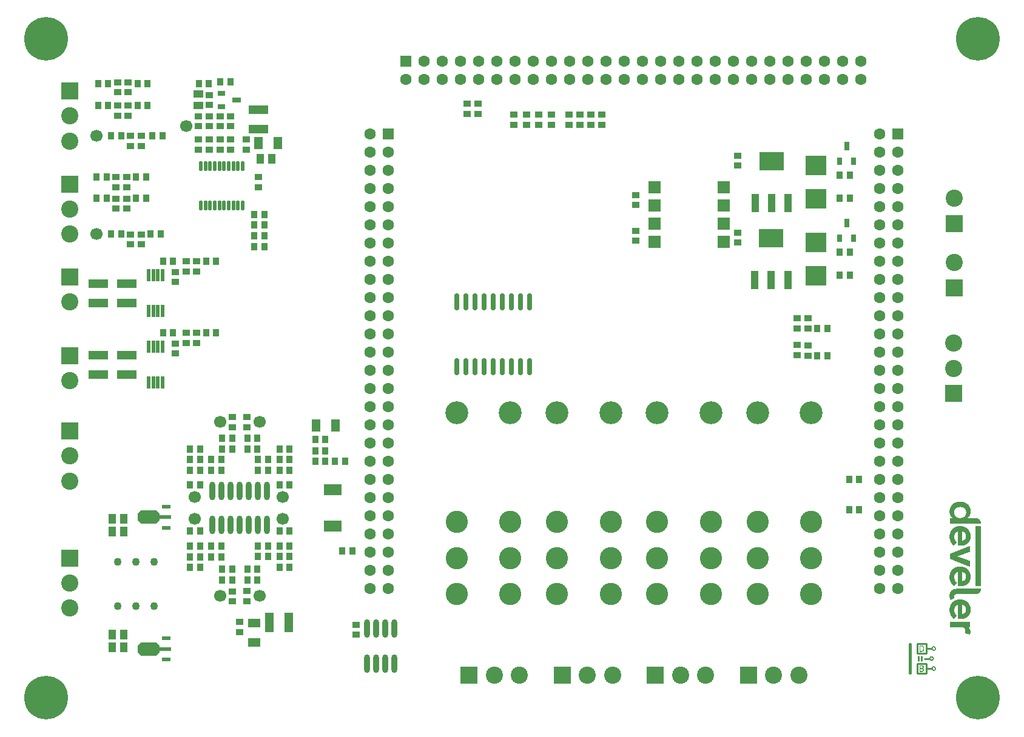
<source format=gts>
G04*
G04 #@! TF.GenerationSoftware,Altium Limited,Altium Designer,19.1.6 (110)*
G04*
G04 Layer_Color=8388736*
%FSLAX44Y44*%
%MOMM*%
G71*
G01*
G75*
%ADD10C,0.2500*%
%ADD14C,0.2000*%
%ADD43R,2.7000X1.2000*%
%ADD44R,1.1000X1.4000*%
%ADD45R,0.9000X1.0000*%
%ADD46R,1.0000X0.9000*%
%ADD47R,1.0000X0.7500*%
%ADD48R,1.2000X0.7500*%
%ADD49R,1.4000X1.1000*%
%ADD50R,1.2000X1.8000*%
%ADD51O,0.5000X1.4500*%
%ADD52R,0.5000X1.7000*%
%ADD53O,0.8000X2.6000*%
%ADD54R,0.5000X1.6000*%
%ADD55R,1.2000X2.7000*%
%ADD56R,1.3000X0.6000*%
%ADD57R,1.7000X0.6000*%
G04:AMPARAMS|DCode=58|XSize=1.9mm|YSize=3.1mm|CornerRadius=0mm|HoleSize=0mm|Usage=FLASHONLY|Rotation=270.000|XOffset=0mm|YOffset=0mm|HoleType=Round|Shape=Octagon|*
%AMOCTAGOND58*
4,1,8,1.5500,0.4750,1.5500,-0.4750,1.0750,-0.9500,-1.0750,-0.9500,-1.5500,-0.4750,-1.5500,0.4750,-1.0750,0.9500,1.0750,0.9500,1.5500,0.4750,0.0*
%
%ADD58OCTAGOND58*%

%ADD59R,1.1000X2.5000*%
%ADD60R,3.4000X2.5000*%
%ADD61R,1.7500X1.8000*%
%ADD62O,0.7000X2.4000*%
%ADD63R,0.7500X1.0000*%
%ADD64R,0.7500X1.2000*%
%ADD65R,1.8000X1.2000*%
%ADD66R,2.8432X2.7162*%
%ADD67C,2.4000*%
%ADD68R,2.4000X2.4000*%
%ADD69C,1.1000*%
%ADD70R,2.4000X2.4000*%
%ADD71C,1.7000*%
%ADD72C,3.1000*%
%ADD73C,3.2000*%
%ADD74C,1.6000*%
%ADD75R,1.6000X1.6000*%
%ADD76R,1.6000X1.6000*%
%ADD77C,6.1000*%
G36*
X456698Y-196229D02*
X457500D01*
Y-196296D01*
X458101D01*
Y-196363D01*
X458569D01*
Y-196430D01*
X458904D01*
Y-196497D01*
X459238D01*
Y-196563D01*
X459572D01*
Y-196630D01*
X459839D01*
Y-196697D01*
X460107D01*
Y-196764D01*
X460307D01*
Y-196831D01*
X460575D01*
Y-196898D01*
X460775D01*
Y-196964D01*
X460976D01*
Y-197031D01*
X461176D01*
Y-197098D01*
X461377D01*
Y-197165D01*
X461577D01*
Y-197232D01*
X461711D01*
Y-197299D01*
X461912D01*
Y-197366D01*
X462045D01*
Y-197432D01*
X462179D01*
Y-197499D01*
X462380D01*
Y-197566D01*
X462513D01*
Y-197633D01*
X462647D01*
Y-197700D01*
X462781D01*
Y-197767D01*
X462914D01*
Y-197833D01*
X463048D01*
Y-197900D01*
X463182D01*
Y-197967D01*
X463315D01*
Y-198034D01*
X463449D01*
Y-198101D01*
X463516D01*
Y-198168D01*
X463650D01*
Y-198235D01*
X463783D01*
Y-198301D01*
X463917D01*
Y-198368D01*
X463984D01*
Y-198435D01*
X464118D01*
Y-198502D01*
X464184D01*
Y-198569D01*
X464318D01*
Y-198636D01*
X464385D01*
Y-198703D01*
X464519D01*
Y-198769D01*
X464585D01*
Y-198836D01*
X464652D01*
Y-198903D01*
X464786D01*
Y-198970D01*
X464853D01*
Y-199037D01*
X464986D01*
Y-199104D01*
X465053D01*
Y-199170D01*
X465120D01*
Y-199237D01*
X465187D01*
Y-199304D01*
X465321D01*
Y-199371D01*
X465388D01*
Y-199438D01*
X465454D01*
Y-199505D01*
X465521D01*
Y-199571D01*
X465588D01*
Y-199638D01*
X465722D01*
Y-199705D01*
X465789D01*
Y-199772D01*
X465855D01*
Y-199839D01*
X465922D01*
Y-199906D01*
X465989D01*
Y-199973D01*
X466056D01*
Y-200039D01*
X466123D01*
Y-200106D01*
X466190D01*
Y-200173D01*
X466257D01*
Y-200240D01*
X466324D01*
Y-200307D01*
X466390D01*
Y-200374D01*
X466457D01*
Y-200441D01*
X466524D01*
Y-200507D01*
X466591D01*
Y-200574D01*
X466658D01*
Y-200641D01*
X466725D01*
Y-200708D01*
X466791D01*
Y-200842D01*
X466858D01*
Y-200908D01*
X466925D01*
Y-200975D01*
X466992D01*
Y-201042D01*
X467059D01*
Y-201109D01*
X467126D01*
Y-201176D01*
X467192D01*
Y-201310D01*
X467259D01*
Y-201376D01*
X467326D01*
Y-201443D01*
X467393D01*
Y-201510D01*
X467460D01*
Y-201644D01*
X467527D01*
Y-201711D01*
X467594D01*
Y-201844D01*
X467660D01*
Y-201911D01*
X467727D01*
Y-201978D01*
X467794D01*
Y-202112D01*
X467861D01*
Y-202178D01*
X467928D01*
Y-202312D01*
X467995D01*
Y-202379D01*
X468061D01*
Y-202513D01*
X468128D01*
Y-202580D01*
X468195D01*
Y-202713D01*
X468262D01*
Y-202847D01*
X468329D01*
Y-202981D01*
X468396D01*
Y-203048D01*
X468462D01*
Y-203181D01*
X468529D01*
Y-203315D01*
X468596D01*
Y-203449D01*
X468663D01*
Y-203582D01*
X468730D01*
Y-203716D01*
X468797D01*
Y-203850D01*
X468864D01*
Y-203983D01*
X468931D01*
Y-204117D01*
X468997D01*
Y-204251D01*
X469064D01*
Y-204451D01*
X469131D01*
Y-204585D01*
X469198D01*
Y-204785D01*
X469265D01*
Y-204919D01*
X469332D01*
Y-205120D01*
X469398D01*
Y-205320D01*
X469465D01*
Y-205521D01*
X469532D01*
Y-205721D01*
X469599D01*
Y-205989D01*
X469666D01*
Y-206189D01*
X469733D01*
Y-206457D01*
X469799D01*
Y-206724D01*
X469866D01*
Y-206991D01*
X469933D01*
Y-207326D01*
X470000D01*
Y-207727D01*
X470067D01*
Y-208195D01*
X470134D01*
Y-208796D01*
X470201D01*
Y-211269D01*
X470134D01*
Y-211938D01*
X470067D01*
Y-212406D01*
X470000D01*
Y-212740D01*
X469933D01*
Y-213074D01*
X469866D01*
Y-213342D01*
X469799D01*
Y-213609D01*
X469733D01*
Y-213810D01*
X469666D01*
Y-214077D01*
X469599D01*
Y-214278D01*
X469532D01*
Y-214478D01*
X469465D01*
Y-214612D01*
X469398D01*
Y-214812D01*
X469332D01*
Y-214946D01*
X469265D01*
Y-215147D01*
X469198D01*
Y-215280D01*
X469131D01*
Y-215414D01*
X469064D01*
Y-215548D01*
X468997D01*
Y-215681D01*
X468931D01*
Y-215815D01*
X468864D01*
Y-215949D01*
X468797D01*
Y-216016D01*
X468730D01*
Y-216149D01*
X468663D01*
Y-216283D01*
X468596D01*
Y-216350D01*
X468529D01*
Y-216483D01*
X468462D01*
Y-216617D01*
X468396D01*
Y-216684D01*
X468329D01*
Y-216751D01*
X468262D01*
Y-216885D01*
X468195D01*
Y-216951D01*
X468128D01*
Y-217085D01*
X468061D01*
Y-217152D01*
X467995D01*
Y-217219D01*
X467928D01*
Y-217286D01*
X467861D01*
Y-217419D01*
X467794D01*
Y-217486D01*
X467727D01*
Y-217553D01*
X467660D01*
Y-217620D01*
X467594D01*
Y-217687D01*
X467527D01*
Y-217754D01*
X467460D01*
Y-217820D01*
X467393D01*
Y-217887D01*
X467326D01*
Y-217954D01*
X467259D01*
Y-218021D01*
X467192D01*
Y-218088D01*
X467126D01*
Y-218155D01*
X467059D01*
Y-218221D01*
X466992D01*
Y-218288D01*
X466925D01*
Y-218355D01*
X466858D01*
Y-218422D01*
X466791D01*
Y-218489D01*
X466658D01*
Y-218556D01*
X466591D01*
Y-218623D01*
X466524D01*
Y-218689D01*
X466457D01*
Y-218756D01*
X466324D01*
Y-218823D01*
X466257D01*
Y-218890D01*
X466190D01*
Y-218957D01*
X466056D01*
Y-219024D01*
X465989D01*
Y-219090D01*
X465855D01*
Y-219157D01*
X465789D01*
Y-219224D01*
X477821D01*
Y-219291D01*
X478356D01*
Y-219358D01*
X478690D01*
Y-219425D01*
X478957D01*
Y-219492D01*
X479225D01*
Y-219558D01*
X479425D01*
Y-219625D01*
X479626D01*
Y-219692D01*
X479826D01*
Y-219759D01*
X480027D01*
Y-219826D01*
X480161D01*
Y-219893D01*
X480294D01*
Y-219960D01*
X480428D01*
Y-220026D01*
X480562D01*
Y-220093D01*
X480695D01*
Y-220160D01*
X480829D01*
Y-220227D01*
X480963D01*
Y-220294D01*
X481030D01*
Y-220361D01*
X481163D01*
Y-220427D01*
X481297D01*
Y-220494D01*
X481364D01*
Y-220561D01*
X481431D01*
Y-220628D01*
X481564D01*
Y-220695D01*
X481631D01*
Y-220762D01*
X481765D01*
Y-220828D01*
X481832D01*
Y-220895D01*
X481899D01*
Y-220962D01*
X481965D01*
Y-221029D01*
X482032D01*
Y-221096D01*
X482166D01*
Y-221163D01*
X482233D01*
Y-221230D01*
X482300D01*
Y-221296D01*
X482366D01*
Y-221363D01*
X482433D01*
Y-221430D01*
X482500D01*
Y-221497D01*
X482567D01*
Y-221564D01*
X482634D01*
Y-221631D01*
X482701D01*
Y-221698D01*
X482768D01*
Y-221764D01*
X482834D01*
Y-221898D01*
X482901D01*
Y-221965D01*
X482968D01*
Y-222032D01*
X483035D01*
Y-222099D01*
X483102D01*
Y-222165D01*
X483169D01*
Y-222299D01*
X483236D01*
Y-222366D01*
X483302D01*
Y-222500D01*
X483369D01*
Y-222567D01*
X483436D01*
Y-222633D01*
X483503D01*
Y-222767D01*
X483570D01*
Y-222901D01*
X483637D01*
Y-222968D01*
X483703D01*
Y-223101D01*
X483770D01*
Y-223235D01*
X483837D01*
Y-223369D01*
X483904D01*
Y-223502D01*
X483971D01*
Y-223636D01*
X484038D01*
Y-223770D01*
X484104D01*
Y-223903D01*
X484171D01*
Y-224104D01*
X484238D01*
Y-224238D01*
X484305D01*
Y-224505D01*
X484372D01*
Y-224706D01*
X484439D01*
Y-224906D01*
X484506D01*
Y-225173D01*
X484572D01*
Y-225575D01*
X484639D01*
Y-226042D01*
X484706D01*
Y-226845D01*
X441323D01*
Y-219291D01*
X444732D01*
Y-219224D01*
X444665D01*
Y-219157D01*
X444599D01*
Y-219090D01*
X444532D01*
Y-219024D01*
X444465D01*
Y-218957D01*
X444398D01*
Y-218890D01*
X444264D01*
Y-218823D01*
X444198D01*
Y-218756D01*
X444131D01*
Y-218689D01*
X444064D01*
Y-218623D01*
X443997D01*
Y-218556D01*
X443930D01*
Y-218489D01*
X443863D01*
Y-218422D01*
X443796D01*
Y-218355D01*
X443730D01*
Y-218288D01*
X443663D01*
Y-218221D01*
X443596D01*
Y-218088D01*
X443529D01*
Y-218021D01*
X443462D01*
Y-217954D01*
X443395D01*
Y-217887D01*
X443329D01*
Y-217820D01*
X443262D01*
Y-217754D01*
X443195D01*
Y-217620D01*
X443128D01*
Y-217553D01*
X443061D01*
Y-217486D01*
X442994D01*
Y-217419D01*
X442927D01*
Y-217286D01*
X442861D01*
Y-217219D01*
X442794D01*
Y-217152D01*
X442727D01*
Y-217018D01*
X442660D01*
Y-216951D01*
X442593D01*
Y-216818D01*
X442526D01*
Y-216751D01*
X442459D01*
Y-216617D01*
X442393D01*
Y-216483D01*
X442326D01*
Y-216417D01*
X442259D01*
Y-216283D01*
X442192D01*
Y-216149D01*
X442125D01*
Y-216082D01*
X442058D01*
Y-215949D01*
X441992D01*
Y-215815D01*
X441925D01*
Y-215681D01*
X441858D01*
Y-215548D01*
X441791D01*
Y-215414D01*
X441724D01*
Y-215213D01*
X441657D01*
Y-215080D01*
X441590D01*
Y-214946D01*
X441524D01*
Y-214746D01*
X441457D01*
Y-214545D01*
X441390D01*
Y-214345D01*
X441323D01*
Y-214144D01*
X441256D01*
Y-213943D01*
X441189D01*
Y-213676D01*
X441123D01*
Y-213409D01*
X441056D01*
Y-213141D01*
X440989D01*
Y-212807D01*
X440922D01*
Y-212406D01*
X440855D01*
Y-211871D01*
X440788D01*
Y-210935D01*
X440722D01*
Y-209732D01*
X440788D01*
Y-208863D01*
X440855D01*
Y-208262D01*
X440922D01*
Y-207794D01*
X440989D01*
Y-207459D01*
X441056D01*
Y-207125D01*
X441123D01*
Y-206858D01*
X441189D01*
Y-206590D01*
X441256D01*
Y-206323D01*
X441323D01*
Y-206056D01*
X441390D01*
Y-205855D01*
X441457D01*
Y-205655D01*
X441524D01*
Y-205454D01*
X441590D01*
Y-205253D01*
X441657D01*
Y-205053D01*
X441724D01*
Y-204919D01*
X441791D01*
Y-204719D01*
X441858D01*
Y-204585D01*
X441925D01*
Y-204451D01*
X441992D01*
Y-204251D01*
X442058D01*
Y-204117D01*
X442125D01*
Y-203983D01*
X442192D01*
Y-203850D01*
X442259D01*
Y-203716D01*
X442326D01*
Y-203582D01*
X442393D01*
Y-203449D01*
X442459D01*
Y-203315D01*
X442526D01*
Y-203181D01*
X442593D01*
Y-203114D01*
X442660D01*
Y-202981D01*
X442727D01*
Y-202847D01*
X442794D01*
Y-202713D01*
X442861D01*
Y-202646D01*
X442927D01*
Y-202513D01*
X442994D01*
Y-202446D01*
X443061D01*
Y-202312D01*
X443128D01*
Y-202178D01*
X443195D01*
Y-202112D01*
X443262D01*
Y-202045D01*
X443329D01*
Y-201911D01*
X443395D01*
Y-201844D01*
X443462D01*
Y-201711D01*
X443529D01*
Y-201644D01*
X443596D01*
Y-201577D01*
X443663D01*
Y-201510D01*
X443730D01*
Y-201376D01*
X443796D01*
Y-201310D01*
X443863D01*
Y-201243D01*
X443930D01*
Y-201109D01*
X443997D01*
Y-201042D01*
X444064D01*
Y-200975D01*
X444131D01*
Y-200908D01*
X444198D01*
Y-200842D01*
X444264D01*
Y-200775D01*
X444331D01*
Y-200708D01*
X444398D01*
Y-200574D01*
X444465D01*
Y-200507D01*
X444532D01*
Y-200441D01*
X444599D01*
Y-200374D01*
X444665D01*
Y-200307D01*
X444732D01*
Y-200240D01*
X444799D01*
Y-200173D01*
X444866D01*
Y-200106D01*
X444933D01*
Y-200039D01*
X445000D01*
Y-199973D01*
X445066D01*
Y-199906D01*
X445200D01*
Y-199839D01*
X445267D01*
Y-199772D01*
X445334D01*
Y-199705D01*
X445401D01*
Y-199638D01*
X445467D01*
Y-199571D01*
X445534D01*
Y-199505D01*
X445601D01*
Y-199438D01*
X445735D01*
Y-199371D01*
X445802D01*
Y-199304D01*
X445869D01*
Y-199237D01*
X445936D01*
Y-199170D01*
X446069D01*
Y-199104D01*
X446136D01*
Y-199037D01*
X446203D01*
Y-198970D01*
X446337D01*
Y-198903D01*
X446403D01*
Y-198836D01*
X446470D01*
Y-198769D01*
X446604D01*
Y-198703D01*
X446671D01*
Y-198636D01*
X446805D01*
Y-198569D01*
X446871D01*
Y-198502D01*
X447005D01*
Y-198435D01*
X447072D01*
Y-198368D01*
X447206D01*
Y-198301D01*
X447339D01*
Y-198235D01*
X447406D01*
Y-198168D01*
X447540D01*
Y-198101D01*
X447673D01*
Y-198034D01*
X447807D01*
Y-197967D01*
X447874D01*
Y-197900D01*
X448008D01*
Y-197833D01*
X448141D01*
Y-197767D01*
X448275D01*
Y-197700D01*
X448409D01*
Y-197633D01*
X448543D01*
Y-197566D01*
X448743D01*
Y-197499D01*
X448877D01*
Y-197432D01*
X449010D01*
Y-197366D01*
X449211D01*
Y-197299D01*
X449345D01*
Y-197232D01*
X449545D01*
Y-197165D01*
X449679D01*
Y-197098D01*
X449879D01*
Y-197031D01*
X450080D01*
Y-196964D01*
X450280D01*
Y-196898D01*
X450481D01*
Y-196831D01*
X450748D01*
Y-196764D01*
X450949D01*
Y-196697D01*
X451216D01*
Y-196630D01*
X451550D01*
Y-196563D01*
X451818D01*
Y-196497D01*
X452152D01*
Y-196430D01*
X452553D01*
Y-196363D01*
X453021D01*
Y-196296D01*
X453556D01*
Y-196229D01*
X454425D01*
Y-196162D01*
X456698D01*
Y-196229D01*
D02*
G37*
G36*
X456297Y-230454D02*
X457232D01*
Y-230521D01*
X457767D01*
Y-230588D01*
X458235D01*
Y-230655D01*
X458636D01*
Y-230722D01*
X458970D01*
Y-230788D01*
X459305D01*
Y-230855D01*
X459572D01*
Y-230922D01*
X459839D01*
Y-230989D01*
X460040D01*
Y-231056D01*
X460307D01*
Y-231123D01*
X460508D01*
Y-231190D01*
X460708D01*
Y-231257D01*
X460909D01*
Y-231323D01*
X461110D01*
Y-231390D01*
X461243D01*
Y-231457D01*
X461444D01*
Y-231524D01*
X461577D01*
Y-231591D01*
X461778D01*
Y-231658D01*
X461912D01*
Y-231724D01*
X462045D01*
Y-231791D01*
X462246D01*
Y-231858D01*
X462380D01*
Y-231925D01*
X462513D01*
Y-231992D01*
X462647D01*
Y-232059D01*
X462781D01*
Y-232125D01*
X462914D01*
Y-232192D01*
X462981D01*
Y-232259D01*
X463115D01*
Y-232326D01*
X463249D01*
Y-232393D01*
X463382D01*
Y-232460D01*
X463449D01*
Y-232526D01*
X463583D01*
Y-232593D01*
X463717D01*
Y-232660D01*
X463783D01*
Y-232727D01*
X463917D01*
Y-232794D01*
X463984D01*
Y-232861D01*
X464118D01*
Y-232928D01*
X464184D01*
Y-232994D01*
X464318D01*
Y-233061D01*
X464385D01*
Y-233128D01*
X464519D01*
Y-233195D01*
X464585D01*
Y-233262D01*
X464652D01*
Y-233329D01*
X464786D01*
Y-233396D01*
X464853D01*
Y-233462D01*
X464920D01*
Y-233529D01*
X464986D01*
Y-233596D01*
X465120D01*
Y-233663D01*
X465187D01*
Y-233730D01*
X465254D01*
Y-233797D01*
X465321D01*
Y-233863D01*
X465388D01*
Y-233930D01*
X465521D01*
Y-233997D01*
X465588D01*
Y-234064D01*
X465655D01*
Y-234131D01*
X465722D01*
Y-234198D01*
X465789D01*
Y-234265D01*
X465855D01*
Y-234331D01*
X465922D01*
Y-234398D01*
X465989D01*
Y-234465D01*
X466056D01*
Y-234532D01*
X466123D01*
Y-234599D01*
X466190D01*
Y-234666D01*
X466257D01*
Y-234732D01*
X466324D01*
Y-234799D01*
X466390D01*
Y-234866D01*
X466457D01*
Y-234933D01*
X466524D01*
Y-235000D01*
X466591D01*
Y-235067D01*
X466658D01*
Y-235200D01*
X466725D01*
Y-235267D01*
X466791D01*
Y-235334D01*
X466858D01*
Y-235401D01*
X466925D01*
Y-235468D01*
X466992D01*
Y-235535D01*
X467059D01*
Y-235668D01*
X467126D01*
Y-235735D01*
X467192D01*
Y-235802D01*
X467259D01*
Y-235936D01*
X467326D01*
Y-236003D01*
X467393D01*
Y-236069D01*
X467460D01*
Y-236203D01*
X467527D01*
Y-236270D01*
X467594D01*
Y-236337D01*
X467660D01*
Y-236470D01*
X467727D01*
Y-236537D01*
X467794D01*
Y-236671D01*
X467861D01*
Y-236738D01*
X467928D01*
Y-236871D01*
X467995D01*
Y-237005D01*
X468061D01*
Y-237072D01*
X468128D01*
Y-237206D01*
X468195D01*
Y-237339D01*
X468262D01*
Y-237406D01*
X468329D01*
Y-237540D01*
X468396D01*
Y-237674D01*
X468462D01*
Y-237807D01*
X468529D01*
Y-237941D01*
X468596D01*
Y-238075D01*
X468663D01*
Y-238208D01*
X468730D01*
Y-238342D01*
X468797D01*
Y-238476D01*
X468864D01*
Y-238610D01*
X468931D01*
Y-238743D01*
X468997D01*
Y-238877D01*
X469064D01*
Y-239077D01*
X469131D01*
Y-239211D01*
X469198D01*
Y-239412D01*
X469265D01*
Y-239545D01*
X469332D01*
Y-239746D01*
X469398D01*
Y-239946D01*
X469465D01*
Y-240147D01*
X469532D01*
Y-240347D01*
X469599D01*
Y-240615D01*
X469666D01*
Y-240815D01*
X469733D01*
Y-241083D01*
X469799D01*
Y-241350D01*
X469866D01*
Y-241684D01*
X469933D01*
Y-242019D01*
X470000D01*
Y-242420D01*
X470067D01*
Y-242888D01*
X470134D01*
Y-243489D01*
X470201D01*
Y-246029D01*
X470134D01*
Y-246698D01*
X470067D01*
Y-247099D01*
X470000D01*
Y-247500D01*
X469933D01*
Y-247834D01*
X469866D01*
Y-248102D01*
X469799D01*
Y-248369D01*
X469733D01*
Y-248636D01*
X469666D01*
Y-248837D01*
X469599D01*
Y-249104D01*
X469532D01*
Y-249305D01*
X469465D01*
Y-249505D01*
X469398D01*
Y-249639D01*
X469332D01*
Y-249840D01*
X469265D01*
Y-250040D01*
X469198D01*
Y-250174D01*
X469131D01*
Y-250308D01*
X469064D01*
Y-250441D01*
X468997D01*
Y-250642D01*
X468931D01*
Y-250775D01*
X468864D01*
Y-250909D01*
X468797D01*
Y-251043D01*
X468730D01*
Y-251176D01*
X468663D01*
Y-251310D01*
X468596D01*
Y-251377D01*
X468529D01*
Y-251511D01*
X468462D01*
Y-251644D01*
X468396D01*
Y-251711D01*
X468329D01*
Y-251845D01*
X468262D01*
Y-251979D01*
X468195D01*
Y-252045D01*
X468128D01*
Y-252179D01*
X468061D01*
Y-252246D01*
X467995D01*
Y-252380D01*
X467928D01*
Y-252447D01*
X467861D01*
Y-252580D01*
X467794D01*
Y-252647D01*
X467727D01*
Y-252714D01*
X467660D01*
Y-252848D01*
X467594D01*
Y-252915D01*
X467527D01*
Y-252981D01*
X467460D01*
Y-253048D01*
X467393D01*
Y-253182D01*
X467326D01*
Y-253249D01*
X467259D01*
Y-253316D01*
X467192D01*
Y-253382D01*
X467126D01*
Y-253449D01*
X467059D01*
Y-253583D01*
X466992D01*
Y-253650D01*
X466925D01*
Y-253717D01*
X466858D01*
Y-253783D01*
X466791D01*
Y-253850D01*
X466725D01*
Y-253917D01*
X466658D01*
Y-253984D01*
X466591D01*
Y-254051D01*
X466524D01*
Y-254118D01*
X466457D01*
Y-254185D01*
X466390D01*
Y-254251D01*
X466324D01*
Y-254318D01*
X466257D01*
Y-254385D01*
X466123D01*
Y-254452D01*
X466056D01*
Y-254519D01*
X465989D01*
Y-254586D01*
X465922D01*
Y-254653D01*
X465855D01*
Y-254719D01*
X465789D01*
Y-254786D01*
X465655D01*
Y-254853D01*
X465588D01*
Y-254920D01*
X465521D01*
Y-254987D01*
X465454D01*
Y-255054D01*
X465321D01*
Y-255120D01*
X465254D01*
Y-255187D01*
X465187D01*
Y-255254D01*
X465053D01*
Y-255321D01*
X464986D01*
Y-255388D01*
X464853D01*
Y-255455D01*
X464786D01*
Y-255522D01*
X464652D01*
Y-255588D01*
X464585D01*
Y-255655D01*
X464452D01*
Y-255722D01*
X464385D01*
Y-255789D01*
X464251D01*
Y-255856D01*
X464118D01*
Y-255923D01*
X463984D01*
Y-255989D01*
X463917D01*
Y-256056D01*
X463783D01*
Y-256123D01*
X463650D01*
Y-256190D01*
X463516D01*
Y-256257D01*
X463382D01*
Y-256324D01*
X463249D01*
Y-256390D01*
X463115D01*
Y-256457D01*
X462981D01*
Y-256524D01*
X462848D01*
Y-256591D01*
X462647D01*
Y-256658D01*
X462513D01*
Y-256725D01*
X462313D01*
Y-256792D01*
X462179D01*
Y-256858D01*
X461978D01*
Y-256925D01*
X461778D01*
Y-256992D01*
X461577D01*
Y-257059D01*
X461377D01*
Y-257126D01*
X461176D01*
Y-257193D01*
X460976D01*
Y-257260D01*
X460708D01*
Y-257326D01*
X460441D01*
Y-257393D01*
X460174D01*
Y-257460D01*
X459839D01*
Y-257527D01*
X459505D01*
Y-257594D01*
X459104D01*
Y-257661D01*
X458636D01*
Y-257727D01*
X458035D01*
Y-257794D01*
X457166D01*
Y-257861D01*
X454960D01*
Y-257794D01*
X453957D01*
Y-257727D01*
X453222D01*
Y-257661D01*
X452553D01*
Y-257594D01*
X452486D01*
Y-238142D01*
X452219D01*
Y-238208D01*
X451952D01*
Y-238275D01*
X451751D01*
Y-238342D01*
X451484D01*
Y-238409D01*
X451350D01*
Y-238476D01*
X451149D01*
Y-238543D01*
X451016D01*
Y-238610D01*
X450882D01*
Y-238676D01*
X450748D01*
Y-238743D01*
X450615D01*
Y-238810D01*
X450481D01*
Y-238877D01*
X450347D01*
Y-238944D01*
X450280D01*
Y-239011D01*
X450147D01*
Y-239077D01*
X450080D01*
Y-239144D01*
X449946D01*
Y-239211D01*
X449879D01*
Y-239278D01*
X449813D01*
Y-239345D01*
X449746D01*
Y-239412D01*
X449612D01*
Y-239478D01*
X449545D01*
Y-239545D01*
X449478D01*
Y-239612D01*
X449412D01*
Y-239679D01*
X449345D01*
Y-239746D01*
X449278D01*
Y-239813D01*
X449211D01*
Y-239880D01*
X449144D01*
Y-240013D01*
X449077D01*
Y-240080D01*
X449010D01*
Y-240147D01*
X448943D01*
Y-240214D01*
X448877D01*
Y-240347D01*
X448810D01*
Y-240414D01*
X448743D01*
Y-240481D01*
X448676D01*
Y-240615D01*
X448609D01*
Y-240749D01*
X448543D01*
Y-240815D01*
X448476D01*
Y-240949D01*
X448409D01*
Y-241083D01*
X448342D01*
Y-241217D01*
X448275D01*
Y-241350D01*
X448208D01*
Y-241484D01*
X448141D01*
Y-241618D01*
X448074D01*
Y-241751D01*
X448008D01*
Y-241952D01*
X447941D01*
Y-242152D01*
X447874D01*
Y-242353D01*
X447807D01*
Y-242553D01*
X447740D01*
Y-242821D01*
X447673D01*
Y-243088D01*
X447607D01*
Y-243422D01*
X447540D01*
Y-243824D01*
X447473D01*
Y-244425D01*
X447406D01*
Y-246230D01*
X447473D01*
Y-246832D01*
X447540D01*
Y-247233D01*
X447607D01*
Y-247567D01*
X447673D01*
Y-247834D01*
X447740D01*
Y-248102D01*
X447807D01*
Y-248369D01*
X447874D01*
Y-248570D01*
X447941D01*
Y-248770D01*
X448008D01*
Y-248971D01*
X448074D01*
Y-249104D01*
X448141D01*
Y-249305D01*
X448208D01*
Y-249438D01*
X448275D01*
Y-249572D01*
X448342D01*
Y-249706D01*
X448409D01*
Y-249840D01*
X448476D01*
Y-249973D01*
X448543D01*
Y-250107D01*
X448609D01*
Y-250241D01*
X448676D01*
Y-250308D01*
X448743D01*
Y-250441D01*
X448810D01*
Y-250575D01*
X448877D01*
Y-250642D01*
X448943D01*
Y-250775D01*
X449010D01*
Y-250842D01*
X449077D01*
Y-250976D01*
X449144D01*
Y-251043D01*
X449211D01*
Y-251110D01*
X449278D01*
Y-251243D01*
X449345D01*
Y-251310D01*
X449412D01*
Y-251377D01*
X449478D01*
Y-251444D01*
X449545D01*
Y-251578D01*
X449612D01*
Y-251644D01*
X449679D01*
Y-251711D01*
X449746D01*
Y-251778D01*
X449813D01*
Y-251845D01*
X449879D01*
Y-251912D01*
X449946D01*
Y-251979D01*
X450013D01*
Y-252045D01*
X450080D01*
Y-252112D01*
X450147D01*
Y-252179D01*
X450214D01*
Y-252246D01*
X450280D01*
Y-252313D01*
X450347D01*
Y-252380D01*
X450414D01*
Y-252447D01*
X450481D01*
Y-252513D01*
X450548D01*
Y-252580D01*
X450615D01*
Y-252647D01*
X450681D01*
Y-252714D01*
X450748D01*
Y-252781D01*
X450882D01*
Y-252848D01*
X450949D01*
Y-252915D01*
X451016D01*
Y-252981D01*
X451083D01*
Y-253115D01*
X451016D01*
Y-253182D01*
X450949D01*
Y-253249D01*
X450882D01*
Y-253316D01*
X450815D01*
Y-253382D01*
X450748D01*
Y-253449D01*
X450681D01*
Y-253516D01*
X450615D01*
Y-253583D01*
X450548D01*
Y-253650D01*
X450481D01*
Y-253717D01*
X450414D01*
Y-253783D01*
X450347D01*
Y-253850D01*
X450280D01*
Y-253917D01*
X450214D01*
Y-253984D01*
X450147D01*
Y-254051D01*
X450080D01*
Y-254118D01*
X450013D01*
Y-254185D01*
X449946D01*
Y-254251D01*
X449879D01*
Y-254318D01*
X449813D01*
Y-254385D01*
X449746D01*
Y-254452D01*
X449679D01*
Y-254519D01*
X449612D01*
Y-254586D01*
X449545D01*
Y-254653D01*
X449478D01*
Y-254719D01*
X449412D01*
Y-254786D01*
X449345D01*
Y-254853D01*
X449278D01*
Y-254920D01*
X449211D01*
Y-254987D01*
X449144D01*
Y-255054D01*
X449077D01*
Y-255120D01*
X449010D01*
Y-255187D01*
X448943D01*
Y-255254D01*
X448877D01*
Y-255321D01*
X448810D01*
Y-255388D01*
X448743D01*
Y-255455D01*
X448676D01*
Y-255522D01*
X448609D01*
Y-255588D01*
X448543D01*
Y-255655D01*
X448476D01*
Y-255722D01*
X448409D01*
Y-255789D01*
X448342D01*
Y-255856D01*
X448275D01*
Y-255923D01*
X448208D01*
Y-255989D01*
X448141D01*
Y-256056D01*
X448074D01*
Y-256123D01*
X448008D01*
Y-256190D01*
X447941D01*
Y-256257D01*
X447874D01*
Y-256324D01*
X447807D01*
Y-256390D01*
X447740D01*
Y-256457D01*
X447673D01*
Y-256524D01*
X447607D01*
Y-256591D01*
X447540D01*
Y-256658D01*
X447473D01*
Y-256725D01*
X447406D01*
Y-256792D01*
X447339D01*
Y-256858D01*
X447272D01*
Y-256925D01*
X447206D01*
Y-256992D01*
X447139D01*
Y-257059D01*
X447072D01*
Y-257126D01*
X447005D01*
Y-257193D01*
X446938D01*
Y-257260D01*
X446871D01*
Y-257326D01*
X446805D01*
Y-257393D01*
X446738D01*
Y-257460D01*
X446671D01*
Y-257527D01*
X446604D01*
Y-257594D01*
X446470D01*
Y-257527D01*
X446403D01*
Y-257460D01*
X446337D01*
Y-257393D01*
X446270D01*
Y-257326D01*
X446203D01*
Y-257260D01*
X446069D01*
Y-257193D01*
X446002D01*
Y-257126D01*
X445936D01*
Y-257059D01*
X445869D01*
Y-256992D01*
X445802D01*
Y-256925D01*
X445735D01*
Y-256858D01*
X445668D01*
Y-256792D01*
X445601D01*
Y-256725D01*
X445534D01*
Y-256658D01*
X445401D01*
Y-256591D01*
X445334D01*
Y-256524D01*
X445267D01*
Y-256457D01*
X445200D01*
Y-256390D01*
X445133D01*
Y-256324D01*
X445066D01*
Y-256257D01*
X445000D01*
Y-256190D01*
X444933D01*
Y-256056D01*
X444866D01*
Y-255989D01*
X444799D01*
Y-255923D01*
X444732D01*
Y-255856D01*
X444665D01*
Y-255789D01*
X444599D01*
Y-255722D01*
X444532D01*
Y-255655D01*
X444465D01*
Y-255588D01*
X444398D01*
Y-255455D01*
X444331D01*
Y-255388D01*
X444264D01*
Y-255321D01*
X444198D01*
Y-255254D01*
X444131D01*
Y-255187D01*
X444064D01*
Y-255054D01*
X443997D01*
Y-254987D01*
X443930D01*
Y-254920D01*
X443863D01*
Y-254786D01*
X443796D01*
Y-254719D01*
X443730D01*
Y-254653D01*
X443663D01*
Y-254519D01*
X443596D01*
Y-254452D01*
X443529D01*
Y-254385D01*
X443462D01*
Y-254251D01*
X443395D01*
Y-254185D01*
X443329D01*
Y-254051D01*
X443262D01*
Y-253984D01*
X443195D01*
Y-253850D01*
X443128D01*
Y-253717D01*
X443061D01*
Y-253650D01*
X442994D01*
Y-253516D01*
X442927D01*
Y-253382D01*
X442861D01*
Y-253316D01*
X442794D01*
Y-253182D01*
X442727D01*
Y-253048D01*
X442660D01*
Y-252915D01*
X442593D01*
Y-252848D01*
X442526D01*
Y-252714D01*
X442459D01*
Y-252580D01*
X442393D01*
Y-252447D01*
X442326D01*
Y-252313D01*
X442259D01*
Y-252179D01*
X442192D01*
Y-251979D01*
X442125D01*
Y-251845D01*
X442058D01*
Y-251711D01*
X441992D01*
Y-251511D01*
X441925D01*
Y-251377D01*
X441858D01*
Y-251243D01*
X441791D01*
Y-251043D01*
X441724D01*
Y-250842D01*
X441657D01*
Y-250642D01*
X441590D01*
Y-250441D01*
X441524D01*
Y-250241D01*
X441457D01*
Y-250040D01*
X441390D01*
Y-249773D01*
X441323D01*
Y-249572D01*
X441256D01*
Y-249305D01*
X441189D01*
Y-249037D01*
X441123D01*
Y-248703D01*
X441056D01*
Y-248369D01*
X440989D01*
Y-247968D01*
X440922D01*
Y-247500D01*
X440855D01*
Y-246898D01*
X440788D01*
Y-245896D01*
X440722D01*
Y-244559D01*
X440788D01*
Y-243623D01*
X440855D01*
Y-243021D01*
X440922D01*
Y-242553D01*
X440989D01*
Y-242152D01*
X441056D01*
Y-241818D01*
X441123D01*
Y-241484D01*
X441189D01*
Y-241217D01*
X441256D01*
Y-240949D01*
X441323D01*
Y-240682D01*
X441390D01*
Y-240481D01*
X441457D01*
Y-240281D01*
X441524D01*
Y-240013D01*
X441590D01*
Y-239813D01*
X441657D01*
Y-239612D01*
X441724D01*
Y-239478D01*
X441791D01*
Y-239278D01*
X441858D01*
Y-239077D01*
X441925D01*
Y-238944D01*
X441992D01*
Y-238810D01*
X442058D01*
Y-238610D01*
X442125D01*
Y-238476D01*
X442192D01*
Y-238342D01*
X442259D01*
Y-238208D01*
X442326D01*
Y-238075D01*
X442393D01*
Y-237874D01*
X442459D01*
Y-237807D01*
X442526D01*
Y-237674D01*
X442593D01*
Y-237540D01*
X442660D01*
Y-237406D01*
X442727D01*
Y-237273D01*
X442794D01*
Y-237139D01*
X442861D01*
Y-237072D01*
X442927D01*
Y-236938D01*
X442994D01*
Y-236805D01*
X443061D01*
Y-236738D01*
X443128D01*
Y-236604D01*
X443195D01*
Y-236537D01*
X443262D01*
Y-236404D01*
X443329D01*
Y-236337D01*
X443395D01*
Y-236203D01*
X443462D01*
Y-236136D01*
X443529D01*
Y-236003D01*
X443596D01*
Y-235936D01*
X443663D01*
Y-235869D01*
X443730D01*
Y-235735D01*
X443796D01*
Y-235668D01*
X443863D01*
Y-235601D01*
X443930D01*
Y-235468D01*
X443997D01*
Y-235401D01*
X444064D01*
Y-235334D01*
X444131D01*
Y-235267D01*
X444198D01*
Y-235200D01*
X444264D01*
Y-235067D01*
X444331D01*
Y-235000D01*
X444398D01*
Y-234933D01*
X444465D01*
Y-234866D01*
X444532D01*
Y-234799D01*
X444599D01*
Y-234732D01*
X444665D01*
Y-234666D01*
X444732D01*
Y-234599D01*
X444799D01*
Y-234532D01*
X444866D01*
Y-234465D01*
X444933D01*
Y-234398D01*
X445000D01*
Y-234331D01*
X445066D01*
Y-234265D01*
X445133D01*
Y-234198D01*
X445200D01*
Y-234131D01*
X445267D01*
Y-234064D01*
X445334D01*
Y-233997D01*
X445401D01*
Y-233930D01*
X445467D01*
Y-233863D01*
X445534D01*
Y-233797D01*
X445601D01*
Y-233730D01*
X445668D01*
Y-233663D01*
X445735D01*
Y-233596D01*
X445869D01*
Y-233529D01*
X445936D01*
Y-233462D01*
X446002D01*
Y-233396D01*
X446069D01*
Y-233329D01*
X446203D01*
Y-233262D01*
X446270D01*
Y-233195D01*
X446337D01*
Y-233128D01*
X446470D01*
Y-233061D01*
X446537D01*
Y-232994D01*
X446604D01*
Y-232928D01*
X446738D01*
Y-232861D01*
X446805D01*
Y-232794D01*
X446938D01*
Y-232727D01*
X447005D01*
Y-232660D01*
X447139D01*
Y-232593D01*
X447206D01*
Y-232526D01*
X447339D01*
Y-232460D01*
X447473D01*
Y-232393D01*
X447540D01*
Y-232326D01*
X447673D01*
Y-232259D01*
X447807D01*
Y-232192D01*
X447941D01*
Y-232125D01*
X448074D01*
Y-232059D01*
X448141D01*
Y-231992D01*
X448275D01*
Y-231925D01*
X448409D01*
Y-231858D01*
X448543D01*
Y-231791D01*
X448743D01*
Y-231724D01*
X448877D01*
Y-231658D01*
X449010D01*
Y-231591D01*
X449144D01*
Y-231524D01*
X449345D01*
Y-231457D01*
X449478D01*
Y-231390D01*
X449679D01*
Y-231323D01*
X449879D01*
Y-231257D01*
X450080D01*
Y-231190D01*
X450280D01*
Y-231123D01*
X450481D01*
Y-231056D01*
X450681D01*
Y-230989D01*
X450949D01*
Y-230922D01*
X451216D01*
Y-230855D01*
X451484D01*
Y-230788D01*
X451818D01*
Y-230722D01*
X452152D01*
Y-230655D01*
X452486D01*
Y-230588D01*
X452954D01*
Y-230521D01*
X453556D01*
Y-230454D01*
X454425D01*
Y-230387D01*
X456297D01*
Y-230454D01*
D02*
G37*
G36*
X469532Y-266284D02*
X469465D01*
Y-266350D01*
X469265D01*
Y-266417D01*
X469064D01*
Y-266484D01*
X468864D01*
Y-266551D01*
X468663D01*
Y-266618D01*
X468529D01*
Y-266685D01*
X468329D01*
Y-266752D01*
X468128D01*
Y-266818D01*
X467928D01*
Y-266885D01*
X467727D01*
Y-266952D01*
X467527D01*
Y-267019D01*
X467393D01*
Y-267086D01*
X467192D01*
Y-267153D01*
X466992D01*
Y-267220D01*
X466791D01*
Y-267286D01*
X466591D01*
Y-267353D01*
X466390D01*
Y-267420D01*
X466257D01*
Y-267487D01*
X466056D01*
Y-267554D01*
X465855D01*
Y-267621D01*
X465655D01*
Y-267687D01*
X465454D01*
Y-267754D01*
X465254D01*
Y-267821D01*
X465053D01*
Y-267888D01*
X464920D01*
Y-267955D01*
X464719D01*
Y-268022D01*
X464519D01*
Y-268088D01*
X464318D01*
Y-268155D01*
X464118D01*
Y-268222D01*
X463917D01*
Y-268289D01*
X463783D01*
Y-268356D01*
X463583D01*
Y-268423D01*
X463382D01*
Y-268490D01*
X463182D01*
Y-268556D01*
X462981D01*
Y-268623D01*
X462781D01*
Y-268690D01*
X462647D01*
Y-268757D01*
X462446D01*
Y-268824D01*
X462246D01*
Y-268891D01*
X462045D01*
Y-268958D01*
X461845D01*
Y-269024D01*
X461644D01*
Y-269091D01*
X461444D01*
Y-269158D01*
X461310D01*
Y-269225D01*
X461110D01*
Y-269292D01*
X460909D01*
Y-269359D01*
X460708D01*
Y-269425D01*
X460508D01*
Y-269492D01*
X460307D01*
Y-269559D01*
X460174D01*
Y-269626D01*
X459973D01*
Y-269693D01*
X459773D01*
Y-269760D01*
X459572D01*
Y-269827D01*
X459371D01*
Y-269893D01*
X459171D01*
Y-269960D01*
X459037D01*
Y-270027D01*
X458837D01*
Y-270094D01*
X458636D01*
Y-270161D01*
X458436D01*
Y-270228D01*
X458235D01*
Y-270294D01*
X458035D01*
Y-270361D01*
X457834D01*
Y-270428D01*
X457700D01*
Y-270495D01*
X457500D01*
Y-270562D01*
X457299D01*
Y-270629D01*
X457099D01*
Y-270695D01*
X456898D01*
Y-270762D01*
X456698D01*
Y-270829D01*
X456564D01*
Y-270896D01*
X456363D01*
Y-270963D01*
X456163D01*
Y-271030D01*
X455962D01*
Y-271097D01*
X455762D01*
Y-271163D01*
X455561D01*
Y-271230D01*
X455428D01*
Y-271297D01*
X455227D01*
Y-271364D01*
X455027D01*
Y-271431D01*
X454826D01*
Y-271498D01*
X454625D01*
Y-271565D01*
X454425D01*
Y-271631D01*
X454224D01*
Y-271698D01*
X454091D01*
Y-271765D01*
X453890D01*
Y-271832D01*
X453690D01*
Y-271899D01*
X453489D01*
Y-271966D01*
X453288D01*
Y-272032D01*
X453088D01*
Y-272099D01*
X452954D01*
Y-272166D01*
X452754D01*
Y-272233D01*
X452553D01*
Y-272300D01*
X452353D01*
Y-272367D01*
X452152D01*
Y-272433D01*
X451952D01*
Y-272500D01*
X451818D01*
Y-272567D01*
X451617D01*
Y-272634D01*
X451417D01*
Y-272701D01*
X451283D01*
Y-272768D01*
X451484D01*
Y-272835D01*
X451684D01*
Y-272901D01*
X451885D01*
Y-272968D01*
X452085D01*
Y-273035D01*
X452286D01*
Y-273102D01*
X452486D01*
Y-273169D01*
X452620D01*
Y-273236D01*
X452821D01*
Y-273302D01*
X453021D01*
Y-273369D01*
X453222D01*
Y-273436D01*
X453422D01*
Y-273503D01*
X453623D01*
Y-273570D01*
X453823D01*
Y-273637D01*
X454024D01*
Y-273704D01*
X454157D01*
Y-273770D01*
X454358D01*
Y-273837D01*
X454559D01*
Y-273904D01*
X454759D01*
Y-273971D01*
X454960D01*
Y-274038D01*
X455160D01*
Y-274105D01*
X455361D01*
Y-274172D01*
X455494D01*
Y-274238D01*
X455695D01*
Y-274305D01*
X455896D01*
Y-274372D01*
X456096D01*
Y-274439D01*
X456297D01*
Y-274506D01*
X456497D01*
Y-274573D01*
X456698D01*
Y-274639D01*
X456898D01*
Y-274706D01*
X457032D01*
Y-274773D01*
X457232D01*
Y-274840D01*
X457433D01*
Y-274907D01*
X457634D01*
Y-274974D01*
X457834D01*
Y-275040D01*
X458035D01*
Y-275107D01*
X458235D01*
Y-275174D01*
X458369D01*
Y-275241D01*
X458569D01*
Y-275308D01*
X458770D01*
Y-275375D01*
X458970D01*
Y-275442D01*
X459171D01*
Y-275508D01*
X459371D01*
Y-275575D01*
X459572D01*
Y-275642D01*
X459773D01*
Y-275709D01*
X459906D01*
Y-275776D01*
X460107D01*
Y-275843D01*
X460307D01*
Y-275910D01*
X460508D01*
Y-275976D01*
X460708D01*
Y-276043D01*
X460909D01*
Y-276110D01*
X461110D01*
Y-276177D01*
X461310D01*
Y-276244D01*
X461444D01*
Y-276311D01*
X461644D01*
Y-276377D01*
X461845D01*
Y-276444D01*
X462045D01*
Y-276511D01*
X462246D01*
Y-276578D01*
X462446D01*
Y-276645D01*
X462647D01*
Y-276712D01*
X462781D01*
Y-276779D01*
X462981D01*
Y-276845D01*
X463182D01*
Y-276912D01*
X463382D01*
Y-276979D01*
X463583D01*
Y-277046D01*
X463783D01*
Y-277113D01*
X463984D01*
Y-277180D01*
X464184D01*
Y-277246D01*
X464318D01*
Y-277313D01*
X464519D01*
Y-277380D01*
X464719D01*
Y-277447D01*
X464920D01*
Y-277514D01*
X465120D01*
Y-277581D01*
X465321D01*
Y-277647D01*
X465521D01*
Y-277714D01*
X465722D01*
Y-277781D01*
X465855D01*
Y-277848D01*
X466056D01*
Y-277915D01*
X466257D01*
Y-277982D01*
X466457D01*
Y-278049D01*
X466658D01*
Y-278115D01*
X466858D01*
Y-278182D01*
X467059D01*
Y-278249D01*
X467192D01*
Y-278316D01*
X467393D01*
Y-278383D01*
X467594D01*
Y-278450D01*
X467794D01*
Y-278517D01*
X467995D01*
Y-278583D01*
X468195D01*
Y-278650D01*
X468396D01*
Y-278717D01*
X468596D01*
Y-278784D01*
X468730D01*
Y-278851D01*
X468931D01*
Y-278918D01*
X469131D01*
Y-278984D01*
X469332D01*
Y-279051D01*
X469465D01*
Y-279118D01*
X469532D01*
Y-287474D01*
X469332D01*
Y-287407D01*
X469131D01*
Y-287340D01*
X468997D01*
Y-287273D01*
X468797D01*
Y-287206D01*
X468663D01*
Y-287140D01*
X468462D01*
Y-287073D01*
X468329D01*
Y-287006D01*
X468128D01*
Y-286939D01*
X467995D01*
Y-286872D01*
X467794D01*
Y-286805D01*
X467660D01*
Y-286738D01*
X467460D01*
Y-286672D01*
X467326D01*
Y-286605D01*
X467126D01*
Y-286538D01*
X466992D01*
Y-286471D01*
X466791D01*
Y-286404D01*
X466658D01*
Y-286338D01*
X466457D01*
Y-286271D01*
X466324D01*
Y-286204D01*
X466123D01*
Y-286137D01*
X465989D01*
Y-286070D01*
X465789D01*
Y-286003D01*
X465655D01*
Y-285936D01*
X465454D01*
Y-285870D01*
X465321D01*
Y-285803D01*
X465120D01*
Y-285736D01*
X464986D01*
Y-285669D01*
X464786D01*
Y-285602D01*
X464652D01*
Y-285535D01*
X464452D01*
Y-285468D01*
X464318D01*
Y-285402D01*
X464118D01*
Y-285335D01*
X463984D01*
Y-285268D01*
X463783D01*
Y-285201D01*
X463650D01*
Y-285134D01*
X463449D01*
Y-285067D01*
X463315D01*
Y-285000D01*
X463115D01*
Y-284934D01*
X462981D01*
Y-284867D01*
X462781D01*
Y-284800D01*
X462647D01*
Y-284733D01*
X462446D01*
Y-284666D01*
X462313D01*
Y-284599D01*
X462112D01*
Y-284533D01*
X461978D01*
Y-284466D01*
X461778D01*
Y-284399D01*
X461644D01*
Y-284332D01*
X461511D01*
Y-284265D01*
X461310D01*
Y-284198D01*
X461176D01*
Y-284132D01*
X460976D01*
Y-284065D01*
X460842D01*
Y-283998D01*
X460642D01*
Y-283931D01*
X460508D01*
Y-283864D01*
X460307D01*
Y-283797D01*
X460174D01*
Y-283731D01*
X459973D01*
Y-283664D01*
X459839D01*
Y-283597D01*
X459639D01*
Y-283530D01*
X459505D01*
Y-283463D01*
X459305D01*
Y-283396D01*
X459171D01*
Y-283329D01*
X458970D01*
Y-283263D01*
X458837D01*
Y-283196D01*
X458636D01*
Y-283129D01*
X458503D01*
Y-283062D01*
X458302D01*
Y-282995D01*
X458168D01*
Y-282928D01*
X457968D01*
Y-282861D01*
X457834D01*
Y-282795D01*
X457634D01*
Y-282728D01*
X457500D01*
Y-282661D01*
X457299D01*
Y-282594D01*
X457166D01*
Y-282527D01*
X456965D01*
Y-282460D01*
X456831D01*
Y-282393D01*
X456631D01*
Y-282327D01*
X456497D01*
Y-282260D01*
X456297D01*
Y-282193D01*
X456163D01*
Y-282126D01*
X455962D01*
Y-282059D01*
X455829D01*
Y-281992D01*
X455628D01*
Y-281926D01*
X455494D01*
Y-281859D01*
X455294D01*
Y-281792D01*
X455160D01*
Y-281725D01*
X454960D01*
Y-281658D01*
X454826D01*
Y-281591D01*
X454625D01*
Y-281525D01*
X454492D01*
Y-281458D01*
X454291D01*
Y-281391D01*
X454157D01*
Y-281324D01*
X453957D01*
Y-281257D01*
X453823D01*
Y-281190D01*
X453623D01*
Y-281124D01*
X453489D01*
Y-281057D01*
X453288D01*
Y-280990D01*
X453155D01*
Y-280923D01*
X452954D01*
Y-280856D01*
X452821D01*
Y-280789D01*
X452620D01*
Y-280722D01*
X452486D01*
Y-280655D01*
X452286D01*
Y-280589D01*
X452152D01*
Y-280522D01*
X451952D01*
Y-280455D01*
X451818D01*
Y-280388D01*
X451617D01*
Y-280321D01*
X451484D01*
Y-280254D01*
X451283D01*
Y-280188D01*
X451149D01*
Y-280121D01*
X450949D01*
Y-280054D01*
X450815D01*
Y-279987D01*
X450615D01*
Y-279920D01*
X450481D01*
Y-279853D01*
X450280D01*
Y-279787D01*
X450147D01*
Y-279720D01*
X449946D01*
Y-279653D01*
X449813D01*
Y-279586D01*
X449612D01*
Y-279519D01*
X449478D01*
Y-279452D01*
X449278D01*
Y-279386D01*
X449144D01*
Y-279319D01*
X448943D01*
Y-279252D01*
X448810D01*
Y-279185D01*
X448609D01*
Y-279118D01*
X448476D01*
Y-279051D01*
X448275D01*
Y-278984D01*
X448141D01*
Y-278918D01*
X447941D01*
Y-278851D01*
X447807D01*
Y-278784D01*
X447607D01*
Y-278717D01*
X447473D01*
Y-278650D01*
X447272D01*
Y-278583D01*
X447139D01*
Y-278517D01*
X446938D01*
Y-278450D01*
X446805D01*
Y-278383D01*
X446604D01*
Y-278316D01*
X446470D01*
Y-278249D01*
X446270D01*
Y-278182D01*
X446136D01*
Y-278115D01*
X446002D01*
Y-278049D01*
X445802D01*
Y-277982D01*
X445668D01*
Y-277915D01*
X445467D01*
Y-277848D01*
X445334D01*
Y-277781D01*
X445133D01*
Y-277714D01*
X445000D01*
Y-277647D01*
X444799D01*
Y-277581D01*
X444665D01*
Y-277514D01*
X444465D01*
Y-277447D01*
X444331D01*
Y-277380D01*
X444131D01*
Y-277313D01*
X443997D01*
Y-277246D01*
X443796D01*
Y-277180D01*
X443663D01*
Y-277113D01*
X443462D01*
Y-277046D01*
X443329D01*
Y-276979D01*
X443128D01*
Y-276912D01*
X442994D01*
Y-276845D01*
X442794D01*
Y-276779D01*
X442660D01*
Y-276712D01*
X442459D01*
Y-276645D01*
X442326D01*
Y-276578D01*
X442125D01*
Y-276511D01*
X441992D01*
Y-276444D01*
X441791D01*
Y-276377D01*
X441657D01*
Y-276311D01*
X441457D01*
Y-276244D01*
X441323D01*
Y-269158D01*
X441390D01*
Y-269091D01*
X441590D01*
Y-269024D01*
X441724D01*
Y-268958D01*
X441925D01*
Y-268891D01*
X442058D01*
Y-268824D01*
X442259D01*
Y-268757D01*
X442393D01*
Y-268690D01*
X442593D01*
Y-268623D01*
X442727D01*
Y-268556D01*
X442927D01*
Y-268490D01*
X443061D01*
Y-268423D01*
X443262D01*
Y-268356D01*
X443395D01*
Y-268289D01*
X443596D01*
Y-268222D01*
X443730D01*
Y-268155D01*
X443930D01*
Y-268088D01*
X444064D01*
Y-268022D01*
X444264D01*
Y-267955D01*
X444398D01*
Y-267888D01*
X444599D01*
Y-267821D01*
X444732D01*
Y-267754D01*
X444933D01*
Y-267687D01*
X445066D01*
Y-267621D01*
X445267D01*
Y-267554D01*
X445401D01*
Y-267487D01*
X445601D01*
Y-267420D01*
X445735D01*
Y-267353D01*
X445936D01*
Y-267286D01*
X446069D01*
Y-267220D01*
X446270D01*
Y-267153D01*
X446403D01*
Y-267086D01*
X446604D01*
Y-267019D01*
X446738D01*
Y-266952D01*
X446938D01*
Y-266885D01*
X447072D01*
Y-266818D01*
X447272D01*
Y-266752D01*
X447406D01*
Y-266685D01*
X447607D01*
Y-266618D01*
X447740D01*
Y-266551D01*
X447941D01*
Y-266484D01*
X448074D01*
Y-266417D01*
X448275D01*
Y-266350D01*
X448409D01*
Y-266284D01*
X448543D01*
Y-266217D01*
X448743D01*
Y-266150D01*
X448877D01*
Y-266083D01*
X449077D01*
Y-266016D01*
X449211D01*
Y-265949D01*
X449412D01*
Y-265883D01*
X449545D01*
Y-265816D01*
X449746D01*
Y-265749D01*
X449879D01*
Y-265682D01*
X450080D01*
Y-265615D01*
X450214D01*
Y-265548D01*
X450414D01*
Y-265481D01*
X450548D01*
Y-265415D01*
X450748D01*
Y-265348D01*
X450882D01*
Y-265281D01*
X451083D01*
Y-265214D01*
X451216D01*
Y-265147D01*
X451417D01*
Y-265081D01*
X451550D01*
Y-265014D01*
X451751D01*
Y-264947D01*
X451885D01*
Y-264880D01*
X452085D01*
Y-264813D01*
X452219D01*
Y-264746D01*
X452420D01*
Y-264679D01*
X452553D01*
Y-264613D01*
X452754D01*
Y-264546D01*
X452887D01*
Y-264479D01*
X453088D01*
Y-264412D01*
X453222D01*
Y-264345D01*
X453422D01*
Y-264278D01*
X453556D01*
Y-264212D01*
X453756D01*
Y-264145D01*
X453890D01*
Y-264078D01*
X454091D01*
Y-264011D01*
X454224D01*
Y-263944D01*
X454425D01*
Y-263877D01*
X454559D01*
Y-263810D01*
X454759D01*
Y-263743D01*
X454893D01*
Y-263677D01*
X455093D01*
Y-263610D01*
X455227D01*
Y-263543D01*
X455428D01*
Y-263476D01*
X455561D01*
Y-263409D01*
X455762D01*
Y-263342D01*
X455896D01*
Y-263276D01*
X456096D01*
Y-263209D01*
X456230D01*
Y-263142D01*
X456430D01*
Y-263075D01*
X456564D01*
Y-263008D01*
X456764D01*
Y-262941D01*
X456898D01*
Y-262875D01*
X457099D01*
Y-262808D01*
X457232D01*
Y-262741D01*
X457433D01*
Y-262674D01*
X457567D01*
Y-262607D01*
X457767D01*
Y-262540D01*
X457901D01*
Y-262474D01*
X458101D01*
Y-262407D01*
X458235D01*
Y-262340D01*
X458436D01*
Y-262273D01*
X458569D01*
Y-262206D01*
X458770D01*
Y-262139D01*
X458904D01*
Y-262072D01*
X459104D01*
Y-262006D01*
X459238D01*
Y-261939D01*
X459438D01*
Y-261872D01*
X459572D01*
Y-261805D01*
X459773D01*
Y-261738D01*
X459906D01*
Y-261671D01*
X460107D01*
Y-261604D01*
X460241D01*
Y-261538D01*
X460441D01*
Y-261471D01*
X460575D01*
Y-261404D01*
X460775D01*
Y-261337D01*
X460909D01*
Y-261270D01*
X461110D01*
Y-261203D01*
X461243D01*
Y-261137D01*
X461444D01*
Y-261070D01*
X461577D01*
Y-261003D01*
X461778D01*
Y-260936D01*
X461912D01*
Y-260869D01*
X462112D01*
Y-260802D01*
X462246D01*
Y-260735D01*
X462446D01*
Y-260669D01*
X462580D01*
Y-260602D01*
X462781D01*
Y-260535D01*
X462914D01*
Y-260468D01*
X463115D01*
Y-260401D01*
X463249D01*
Y-260334D01*
X463449D01*
Y-260268D01*
X463583D01*
Y-260201D01*
X463783D01*
Y-260134D01*
X463917D01*
Y-260067D01*
X464118D01*
Y-260000D01*
X464251D01*
Y-259933D01*
X464452D01*
Y-259867D01*
X464585D01*
Y-259800D01*
X464719D01*
Y-259733D01*
X464920D01*
Y-259666D01*
X465053D01*
Y-259599D01*
X465254D01*
Y-259532D01*
X465388D01*
Y-259465D01*
X465588D01*
Y-259399D01*
X465722D01*
Y-259332D01*
X465922D01*
Y-259265D01*
X466056D01*
Y-259198D01*
X466257D01*
Y-259131D01*
X466390D01*
Y-259064D01*
X466591D01*
Y-258997D01*
X466725D01*
Y-258931D01*
X466925D01*
Y-258864D01*
X467059D01*
Y-258797D01*
X467259D01*
Y-258730D01*
X467393D01*
Y-258663D01*
X467594D01*
Y-258596D01*
X467727D01*
Y-258530D01*
X467928D01*
Y-258463D01*
X468061D01*
Y-258396D01*
X468262D01*
Y-258329D01*
X468396D01*
Y-258262D01*
X468596D01*
Y-258195D01*
X468730D01*
Y-258129D01*
X468931D01*
Y-258062D01*
X469064D01*
Y-257995D01*
X469265D01*
Y-257928D01*
X469398D01*
Y-257861D01*
X469532D01*
Y-266284D01*
D02*
G37*
G36*
X484706Y-314145D02*
X477086D01*
Y-230655D01*
X484706D01*
Y-314145D01*
D02*
G37*
G36*
X456698Y-287006D02*
X457433D01*
Y-287073D01*
X457968D01*
Y-287140D01*
X458369D01*
Y-287206D01*
X458770D01*
Y-287273D01*
X459104D01*
Y-287340D01*
X459371D01*
Y-287407D01*
X459639D01*
Y-287474D01*
X459906D01*
Y-287541D01*
X460174D01*
Y-287607D01*
X460374D01*
Y-287674D01*
X460575D01*
Y-287741D01*
X460775D01*
Y-287808D01*
X460976D01*
Y-287875D01*
X461176D01*
Y-287942D01*
X461310D01*
Y-288009D01*
X461511D01*
Y-288075D01*
X461644D01*
Y-288142D01*
X461845D01*
Y-288209D01*
X461978D01*
Y-288276D01*
X462112D01*
Y-288343D01*
X462246D01*
Y-288410D01*
X462446D01*
Y-288477D01*
X462580D01*
Y-288543D01*
X462714D01*
Y-288610D01*
X462781D01*
Y-288677D01*
X462914D01*
Y-288744D01*
X463048D01*
Y-288811D01*
X463182D01*
Y-288878D01*
X463315D01*
Y-288944D01*
X463382D01*
Y-289011D01*
X463516D01*
Y-289078D01*
X463650D01*
Y-289145D01*
X463717D01*
Y-289212D01*
X463850D01*
Y-289279D01*
X463917D01*
Y-289345D01*
X464051D01*
Y-289412D01*
X464118D01*
Y-289479D01*
X464251D01*
Y-289546D01*
X464318D01*
Y-289613D01*
X464452D01*
Y-289680D01*
X464519D01*
Y-289747D01*
X464585D01*
Y-289813D01*
X464719D01*
Y-289880D01*
X464786D01*
Y-289947D01*
X464920D01*
Y-290014D01*
X464986D01*
Y-290081D01*
X465053D01*
Y-290148D01*
X465120D01*
Y-290215D01*
X465187D01*
Y-290281D01*
X465321D01*
Y-290348D01*
X465388D01*
Y-290415D01*
X465454D01*
Y-290482D01*
X465521D01*
Y-290549D01*
X465588D01*
Y-290616D01*
X465655D01*
Y-290682D01*
X465722D01*
Y-290749D01*
X465789D01*
Y-290816D01*
X465855D01*
Y-290883D01*
X465989D01*
Y-291017D01*
X466056D01*
Y-291084D01*
X466123D01*
Y-291150D01*
X466190D01*
Y-291217D01*
X466257D01*
Y-291284D01*
X466324D01*
Y-291351D01*
X466390D01*
Y-291418D01*
X466457D01*
Y-291485D01*
X466524D01*
Y-291551D01*
X466591D01*
Y-291618D01*
X466658D01*
Y-291685D01*
X466725D01*
Y-291752D01*
X466791D01*
Y-291819D01*
X466858D01*
Y-291952D01*
X466925D01*
Y-292019D01*
X466992D01*
Y-292086D01*
X467059D01*
Y-292153D01*
X467126D01*
Y-292287D01*
X467192D01*
Y-292354D01*
X467259D01*
Y-292420D01*
X467326D01*
Y-292554D01*
X467393D01*
Y-292621D01*
X467460D01*
Y-292688D01*
X467527D01*
Y-292822D01*
X467594D01*
Y-292888D01*
X467660D01*
Y-292955D01*
X467727D01*
Y-293089D01*
X467794D01*
Y-293223D01*
X467861D01*
Y-293289D01*
X467928D01*
Y-293423D01*
X467995D01*
Y-293490D01*
X468061D01*
Y-293624D01*
X468128D01*
Y-293757D01*
X468195D01*
Y-293824D01*
X468262D01*
Y-293958D01*
X468329D01*
Y-294092D01*
X468396D01*
Y-294158D01*
X468462D01*
Y-294292D01*
X468529D01*
Y-294426D01*
X468596D01*
Y-294559D01*
X468663D01*
Y-294693D01*
X468730D01*
Y-294827D01*
X468797D01*
Y-294961D01*
X468864D01*
Y-295161D01*
X468931D01*
Y-295295D01*
X468997D01*
Y-295429D01*
X469064D01*
Y-295562D01*
X469131D01*
Y-295763D01*
X469198D01*
Y-295963D01*
X469265D01*
Y-296097D01*
X469332D01*
Y-296297D01*
X469398D01*
Y-296498D01*
X469465D01*
Y-296699D01*
X469532D01*
Y-296899D01*
X469599D01*
Y-297167D01*
X469666D01*
Y-297367D01*
X469733D01*
Y-297634D01*
X469799D01*
Y-297902D01*
X469866D01*
Y-298236D01*
X469933D01*
Y-298570D01*
X470000D01*
Y-298971D01*
X470067D01*
Y-299439D01*
X470134D01*
Y-300041D01*
X470201D01*
Y-302581D01*
X470134D01*
Y-303183D01*
X470067D01*
Y-303650D01*
X470000D01*
Y-304052D01*
X469933D01*
Y-304386D01*
X469866D01*
Y-304653D01*
X469799D01*
Y-304921D01*
X469733D01*
Y-305188D01*
X469666D01*
Y-305389D01*
X469599D01*
Y-305589D01*
X469532D01*
Y-305790D01*
X469465D01*
Y-305990D01*
X469398D01*
Y-306191D01*
X469332D01*
Y-306391D01*
X469265D01*
Y-306525D01*
X469198D01*
Y-306725D01*
X469131D01*
Y-306859D01*
X469064D01*
Y-306993D01*
X468997D01*
Y-307127D01*
X468931D01*
Y-307260D01*
X468864D01*
Y-307394D01*
X468797D01*
Y-307528D01*
X468730D01*
Y-307661D01*
X468663D01*
Y-307795D01*
X468596D01*
Y-307929D01*
X468529D01*
Y-308062D01*
X468462D01*
Y-308129D01*
X468396D01*
Y-308263D01*
X468329D01*
Y-308397D01*
X468262D01*
Y-308463D01*
X468195D01*
Y-308597D01*
X468128D01*
Y-308664D01*
X468061D01*
Y-308798D01*
X467995D01*
Y-308864D01*
X467928D01*
Y-308998D01*
X467861D01*
Y-309065D01*
X467794D01*
Y-309199D01*
X467727D01*
Y-309266D01*
X467660D01*
Y-309332D01*
X467594D01*
Y-309466D01*
X467527D01*
Y-309533D01*
X467460D01*
Y-309600D01*
X467393D01*
Y-309667D01*
X467326D01*
Y-309734D01*
X467259D01*
Y-309867D01*
X467192D01*
Y-309934D01*
X467126D01*
Y-310001D01*
X467059D01*
Y-310068D01*
X466992D01*
Y-310135D01*
X466925D01*
Y-310201D01*
X466858D01*
Y-310268D01*
X466791D01*
Y-310335D01*
X466725D01*
Y-310402D01*
X466658D01*
Y-310469D01*
X466591D01*
Y-310536D01*
X466524D01*
Y-310602D01*
X466457D01*
Y-310669D01*
X466390D01*
Y-310736D01*
X466324D01*
Y-310803D01*
X466257D01*
Y-310870D01*
X466190D01*
Y-310937D01*
X466123D01*
Y-311004D01*
X466056D01*
Y-311070D01*
X465989D01*
Y-311137D01*
X465922D01*
Y-311204D01*
X465789D01*
Y-311271D01*
X465722D01*
Y-311338D01*
X465655D01*
Y-311405D01*
X465588D01*
Y-311472D01*
X465454D01*
Y-311538D01*
X465388D01*
Y-311605D01*
X465321D01*
Y-311672D01*
X465254D01*
Y-311739D01*
X465120D01*
Y-311806D01*
X465053D01*
Y-311873D01*
X464920D01*
Y-311939D01*
X464853D01*
Y-312006D01*
X464719D01*
Y-312073D01*
X464652D01*
Y-312140D01*
X464519D01*
Y-312207D01*
X464452D01*
Y-312274D01*
X464318D01*
Y-312341D01*
X464184D01*
Y-312407D01*
X464118D01*
Y-312474D01*
X463984D01*
Y-312541D01*
X463850D01*
Y-312608D01*
X463717D01*
Y-312675D01*
X463583D01*
Y-312742D01*
X463449D01*
Y-312808D01*
X463315D01*
Y-312875D01*
X463182D01*
Y-312942D01*
X463048D01*
Y-313009D01*
X462914D01*
Y-313076D01*
X462781D01*
Y-313143D01*
X462580D01*
Y-313209D01*
X462446D01*
Y-313276D01*
X462246D01*
Y-313343D01*
X462112D01*
Y-313410D01*
X461912D01*
Y-313477D01*
X461711D01*
Y-313544D01*
X461511D01*
Y-313611D01*
X461310D01*
Y-313677D01*
X461110D01*
Y-313744D01*
X460842D01*
Y-313811D01*
X460575D01*
Y-313878D01*
X460307D01*
Y-313945D01*
X460040D01*
Y-314012D01*
X459706D01*
Y-314079D01*
X459371D01*
Y-314145D01*
X458904D01*
Y-314212D01*
X458436D01*
Y-314279D01*
X457767D01*
Y-314346D01*
X456297D01*
Y-314413D01*
X455829D01*
Y-314346D01*
X454224D01*
Y-314279D01*
X453422D01*
Y-314212D01*
X452821D01*
Y-314145D01*
X452486D01*
Y-294693D01*
X452152D01*
Y-294760D01*
X451885D01*
Y-294827D01*
X451617D01*
Y-294894D01*
X451417D01*
Y-294961D01*
X451283D01*
Y-295027D01*
X451083D01*
Y-295094D01*
X450949D01*
Y-295161D01*
X450815D01*
Y-295228D01*
X450681D01*
Y-295295D01*
X450548D01*
Y-295362D01*
X450414D01*
Y-295429D01*
X450347D01*
Y-295495D01*
X450214D01*
Y-295562D01*
X450147D01*
Y-295629D01*
X450013D01*
Y-295696D01*
X449946D01*
Y-295763D01*
X449879D01*
Y-295830D01*
X449746D01*
Y-295896D01*
X449679D01*
Y-295963D01*
X449612D01*
Y-296030D01*
X449545D01*
Y-296097D01*
X449478D01*
Y-296164D01*
X449412D01*
Y-296231D01*
X449345D01*
Y-296297D01*
X449278D01*
Y-296364D01*
X449211D01*
Y-296431D01*
X449144D01*
Y-296498D01*
X449077D01*
Y-296565D01*
X449010D01*
Y-296699D01*
X448943D01*
Y-296765D01*
X448877D01*
Y-296832D01*
X448810D01*
Y-296966D01*
X448743D01*
Y-297033D01*
X448676D01*
Y-297167D01*
X448609D01*
Y-297233D01*
X448543D01*
Y-297367D01*
X448476D01*
Y-297501D01*
X448409D01*
Y-297568D01*
X448342D01*
Y-297701D01*
X448275D01*
Y-297835D01*
X448208D01*
Y-297969D01*
X448141D01*
Y-298169D01*
X448074D01*
Y-298303D01*
X448008D01*
Y-298437D01*
X447941D01*
Y-298637D01*
X447874D01*
Y-298838D01*
X447807D01*
Y-299105D01*
X447740D01*
Y-299305D01*
X447673D01*
Y-299573D01*
X447607D01*
Y-299907D01*
X447540D01*
Y-300375D01*
X447473D01*
Y-300910D01*
X447406D01*
Y-302782D01*
X447473D01*
Y-303383D01*
X447540D01*
Y-303784D01*
X447607D01*
Y-304118D01*
X447673D01*
Y-304386D01*
X447740D01*
Y-304653D01*
X447807D01*
Y-304854D01*
X447874D01*
Y-305121D01*
X447941D01*
Y-305255D01*
X448008D01*
Y-305455D01*
X448074D01*
Y-305656D01*
X448141D01*
Y-305790D01*
X448208D01*
Y-305923D01*
X448275D01*
Y-306124D01*
X448342D01*
Y-306257D01*
X448409D01*
Y-306391D01*
X448476D01*
Y-306525D01*
X448543D01*
Y-306592D01*
X448609D01*
Y-306725D01*
X448676D01*
Y-306859D01*
X448743D01*
Y-306993D01*
X448810D01*
Y-307060D01*
X448877D01*
Y-307193D01*
X448943D01*
Y-307260D01*
X449010D01*
Y-307394D01*
X449077D01*
Y-307461D01*
X449144D01*
Y-307594D01*
X449211D01*
Y-307661D01*
X449278D01*
Y-307728D01*
X449345D01*
Y-307862D01*
X449412D01*
Y-307929D01*
X449478D01*
Y-307995D01*
X449545D01*
Y-308062D01*
X449612D01*
Y-308129D01*
X449679D01*
Y-308263D01*
X449746D01*
Y-308330D01*
X449813D01*
Y-308397D01*
X449879D01*
Y-308463D01*
X449946D01*
Y-308530D01*
X450013D01*
Y-308597D01*
X450080D01*
Y-308664D01*
X450147D01*
Y-308731D01*
X450214D01*
Y-308798D01*
X450280D01*
Y-308864D01*
X450347D01*
Y-308931D01*
X450414D01*
Y-308998D01*
X450481D01*
Y-309065D01*
X450548D01*
Y-309132D01*
X450615D01*
Y-309199D01*
X450748D01*
Y-309266D01*
X450815D01*
Y-309332D01*
X450882D01*
Y-309399D01*
X450949D01*
Y-309466D01*
X451083D01*
Y-309533D01*
X451149D01*
Y-309600D01*
X451083D01*
Y-309667D01*
X451016D01*
Y-309734D01*
X450949D01*
Y-309800D01*
X450882D01*
Y-309867D01*
X450815D01*
Y-309934D01*
X450748D01*
Y-310001D01*
X450681D01*
Y-310068D01*
X450615D01*
Y-310135D01*
X450548D01*
Y-310201D01*
X450481D01*
Y-310268D01*
X450414D01*
Y-310335D01*
X450347D01*
Y-310402D01*
X450280D01*
Y-310469D01*
X450214D01*
Y-310536D01*
X450147D01*
Y-310602D01*
X450080D01*
Y-310669D01*
X450013D01*
Y-310736D01*
X449946D01*
Y-310803D01*
X449879D01*
Y-310870D01*
X449813D01*
Y-310937D01*
X449746D01*
Y-311004D01*
X449679D01*
Y-311070D01*
X449612D01*
Y-311137D01*
X449545D01*
Y-311204D01*
X449478D01*
Y-311271D01*
X449412D01*
Y-311338D01*
X449345D01*
Y-311405D01*
X449278D01*
Y-311472D01*
X449211D01*
Y-311538D01*
X449144D01*
Y-311605D01*
X449077D01*
Y-311672D01*
X449010D01*
Y-311739D01*
X448943D01*
Y-311806D01*
X448877D01*
Y-311873D01*
X448810D01*
Y-311939D01*
X448743D01*
Y-312006D01*
X448676D01*
Y-312073D01*
X448609D01*
Y-312140D01*
X448543D01*
Y-312207D01*
X448476D01*
Y-312274D01*
X448409D01*
Y-312341D01*
X448342D01*
Y-312407D01*
X448275D01*
Y-312474D01*
X448208D01*
Y-312541D01*
X448141D01*
Y-312608D01*
X448074D01*
Y-312675D01*
X448008D01*
Y-312742D01*
X447941D01*
Y-312808D01*
X447874D01*
Y-312875D01*
X447807D01*
Y-312942D01*
X447740D01*
Y-313009D01*
X447673D01*
Y-313076D01*
X447607D01*
Y-313143D01*
X447540D01*
Y-313209D01*
X447473D01*
Y-313276D01*
X447406D01*
Y-313343D01*
X447339D01*
Y-313410D01*
X447272D01*
Y-313477D01*
X447206D01*
Y-313544D01*
X447139D01*
Y-313611D01*
X447072D01*
Y-313677D01*
X447005D01*
Y-313744D01*
X446938D01*
Y-313811D01*
X446871D01*
Y-313878D01*
X446805D01*
Y-313945D01*
X446738D01*
Y-314012D01*
X446671D01*
Y-314079D01*
X446604D01*
Y-314145D01*
X446537D01*
Y-314079D01*
X446470D01*
Y-314012D01*
X446337D01*
Y-313945D01*
X446270D01*
Y-313878D01*
X446203D01*
Y-313811D01*
X446136D01*
Y-313744D01*
X446069D01*
Y-313677D01*
X446002D01*
Y-313611D01*
X445869D01*
Y-313544D01*
X445802D01*
Y-313477D01*
X445735D01*
Y-313410D01*
X445668D01*
Y-313343D01*
X445601D01*
Y-313276D01*
X445534D01*
Y-313209D01*
X445467D01*
Y-313143D01*
X445401D01*
Y-313076D01*
X445334D01*
Y-313009D01*
X445267D01*
Y-312942D01*
X445200D01*
Y-312875D01*
X445133D01*
Y-312808D01*
X445066D01*
Y-312742D01*
X445000D01*
Y-312675D01*
X444933D01*
Y-312608D01*
X444866D01*
Y-312541D01*
X444799D01*
Y-312474D01*
X444732D01*
Y-312407D01*
X444665D01*
Y-312341D01*
X444599D01*
Y-312274D01*
X444532D01*
Y-312140D01*
X444465D01*
Y-312073D01*
X444398D01*
Y-312006D01*
X444331D01*
Y-311939D01*
X444264D01*
Y-311873D01*
X444198D01*
Y-311739D01*
X444131D01*
Y-311672D01*
X444064D01*
Y-311605D01*
X443997D01*
Y-311538D01*
X443930D01*
Y-311405D01*
X443863D01*
Y-311338D01*
X443796D01*
Y-311271D01*
X443730D01*
Y-311137D01*
X443663D01*
Y-311070D01*
X443596D01*
Y-311004D01*
X443529D01*
Y-310870D01*
X443462D01*
Y-310803D01*
X443395D01*
Y-310669D01*
X443329D01*
Y-310602D01*
X443262D01*
Y-310469D01*
X443195D01*
Y-310402D01*
X443128D01*
Y-310268D01*
X443061D01*
Y-310135D01*
X442994D01*
Y-310068D01*
X442927D01*
Y-309934D01*
X442861D01*
Y-309800D01*
X442794D01*
Y-309734D01*
X442727D01*
Y-309600D01*
X442660D01*
Y-309466D01*
X442593D01*
Y-309332D01*
X442526D01*
Y-309199D01*
X442459D01*
Y-309065D01*
X442393D01*
Y-308931D01*
X442326D01*
Y-308798D01*
X442259D01*
Y-308664D01*
X442192D01*
Y-308530D01*
X442125D01*
Y-308397D01*
X442058D01*
Y-308196D01*
X441992D01*
Y-308062D01*
X441925D01*
Y-307929D01*
X441858D01*
Y-307728D01*
X441791D01*
Y-307594D01*
X441724D01*
Y-307394D01*
X441657D01*
Y-307193D01*
X441590D01*
Y-306993D01*
X441524D01*
Y-306792D01*
X441457D01*
Y-306592D01*
X441390D01*
Y-306324D01*
X441323D01*
Y-306124D01*
X441256D01*
Y-305856D01*
X441189D01*
Y-305522D01*
X441123D01*
Y-305255D01*
X441056D01*
Y-304921D01*
X440989D01*
Y-304520D01*
X440922D01*
Y-304052D01*
X440855D01*
Y-303450D01*
X440788D01*
Y-302447D01*
X440722D01*
Y-301110D01*
X440788D01*
Y-300175D01*
X440855D01*
Y-299506D01*
X440922D01*
Y-299038D01*
X440989D01*
Y-298704D01*
X441056D01*
Y-298303D01*
X441123D01*
Y-298036D01*
X441189D01*
Y-297701D01*
X441256D01*
Y-297501D01*
X441323D01*
Y-297233D01*
X441390D01*
Y-296966D01*
X441457D01*
Y-296765D01*
X441524D01*
Y-296565D01*
X441590D01*
Y-296364D01*
X441657D01*
Y-296164D01*
X441724D01*
Y-295963D01*
X441791D01*
Y-295830D01*
X441858D01*
Y-295629D01*
X441925D01*
Y-295495D01*
X441992D01*
Y-295295D01*
X442058D01*
Y-295161D01*
X442125D01*
Y-294961D01*
X442192D01*
Y-294827D01*
X442259D01*
Y-294693D01*
X442326D01*
Y-294559D01*
X442393D01*
Y-294426D01*
X442459D01*
Y-294292D01*
X442526D01*
Y-294158D01*
X442593D01*
Y-294025D01*
X442660D01*
Y-293958D01*
X442727D01*
Y-293824D01*
X442794D01*
Y-293690D01*
X442861D01*
Y-293557D01*
X442927D01*
Y-293490D01*
X442994D01*
Y-293356D01*
X443061D01*
Y-293223D01*
X443128D01*
Y-293156D01*
X443195D01*
Y-293022D01*
X443262D01*
Y-292955D01*
X443329D01*
Y-292822D01*
X443395D01*
Y-292755D01*
X443462D01*
Y-292621D01*
X443529D01*
Y-292554D01*
X443596D01*
Y-292487D01*
X443663D01*
Y-292354D01*
X443730D01*
Y-292287D01*
X443796D01*
Y-292220D01*
X443863D01*
Y-292086D01*
X443930D01*
Y-292019D01*
X443997D01*
Y-291952D01*
X444064D01*
Y-291886D01*
X444131D01*
Y-291752D01*
X444198D01*
Y-291685D01*
X444264D01*
Y-291618D01*
X444331D01*
Y-291551D01*
X444398D01*
Y-291485D01*
X444465D01*
Y-291418D01*
X444532D01*
Y-291284D01*
X444599D01*
Y-291217D01*
X444665D01*
Y-291150D01*
X444732D01*
Y-291084D01*
X444799D01*
Y-291017D01*
X444866D01*
Y-290950D01*
X444933D01*
Y-290883D01*
X445000D01*
Y-290816D01*
X445066D01*
Y-290749D01*
X445133D01*
Y-290682D01*
X445200D01*
Y-290616D01*
X445267D01*
Y-290549D01*
X445334D01*
Y-290482D01*
X445401D01*
Y-290415D01*
X445534D01*
Y-290348D01*
X445601D01*
Y-290281D01*
X445668D01*
Y-290215D01*
X445735D01*
Y-290148D01*
X445802D01*
Y-290081D01*
X445869D01*
Y-290014D01*
X446002D01*
Y-289947D01*
X446069D01*
Y-289880D01*
X446136D01*
Y-289813D01*
X446270D01*
Y-289747D01*
X446337D01*
Y-289680D01*
X446403D01*
Y-289613D01*
X446470D01*
Y-289546D01*
X446604D01*
Y-289479D01*
X446671D01*
Y-289412D01*
X446805D01*
Y-289345D01*
X446871D01*
Y-289279D01*
X447005D01*
Y-289212D01*
X447072D01*
Y-289145D01*
X447206D01*
Y-289078D01*
X447272D01*
Y-289011D01*
X447406D01*
Y-288944D01*
X447540D01*
Y-288878D01*
X447607D01*
Y-288811D01*
X447740D01*
Y-288744D01*
X447874D01*
Y-288677D01*
X448008D01*
Y-288610D01*
X448141D01*
Y-288543D01*
X448275D01*
Y-288477D01*
X448409D01*
Y-288410D01*
X448543D01*
Y-288343D01*
X448676D01*
Y-288276D01*
X448810D01*
Y-288209D01*
X448943D01*
Y-288142D01*
X449144D01*
Y-288075D01*
X449278D01*
Y-288009D01*
X449412D01*
Y-287942D01*
X449612D01*
Y-287875D01*
X449813D01*
Y-287808D01*
X450013D01*
Y-287741D01*
X450214D01*
Y-287674D01*
X450414D01*
Y-287607D01*
X450615D01*
Y-287541D01*
X450815D01*
Y-287474D01*
X451083D01*
Y-287407D01*
X451350D01*
Y-287340D01*
X451684D01*
Y-287273D01*
X452019D01*
Y-287206D01*
X452353D01*
Y-287140D01*
X452754D01*
Y-287073D01*
X453288D01*
Y-287006D01*
X454024D01*
Y-286939D01*
X456698D01*
Y-287006D01*
D02*
G37*
G36*
X484706Y-318758D02*
X484639D01*
Y-319226D01*
X484572D01*
Y-319560D01*
X484506D01*
Y-319827D01*
X484439D01*
Y-320095D01*
X484372D01*
Y-320295D01*
X484305D01*
Y-320496D01*
X484238D01*
Y-320696D01*
X484171D01*
Y-320830D01*
X484104D01*
Y-321031D01*
X484038D01*
Y-321164D01*
X483971D01*
Y-321298D01*
X483904D01*
Y-321432D01*
X483837D01*
Y-321565D01*
X483770D01*
Y-321699D01*
X483703D01*
Y-321766D01*
X483637D01*
Y-321899D01*
X483570D01*
Y-322033D01*
X483503D01*
Y-322100D01*
X483436D01*
Y-322234D01*
X483369D01*
Y-322300D01*
X483302D01*
Y-322434D01*
X483236D01*
Y-322501D01*
X483169D01*
Y-322568D01*
X483102D01*
Y-322702D01*
X483035D01*
Y-322768D01*
X482968D01*
Y-322835D01*
X482901D01*
Y-322902D01*
X482834D01*
Y-322969D01*
X482768D01*
Y-323036D01*
X482701D01*
Y-323170D01*
X482634D01*
Y-323236D01*
X482567D01*
Y-323303D01*
X482500D01*
Y-323370D01*
X482433D01*
Y-323437D01*
X482366D01*
Y-323504D01*
X482300D01*
Y-323571D01*
X482166D01*
Y-323638D01*
X482099D01*
Y-323704D01*
X482032D01*
Y-323771D01*
X481965D01*
Y-323838D01*
X481899D01*
Y-323905D01*
X481765D01*
Y-323972D01*
X481698D01*
Y-324039D01*
X481631D01*
Y-324105D01*
X481497D01*
Y-324172D01*
X481431D01*
Y-324239D01*
X481364D01*
Y-324306D01*
X481230D01*
Y-324373D01*
X481096D01*
Y-324440D01*
X481030D01*
Y-324506D01*
X480896D01*
Y-324573D01*
X480762D01*
Y-324640D01*
X480695D01*
Y-324707D01*
X480562D01*
Y-324774D01*
X480428D01*
Y-324841D01*
X480227D01*
Y-324907D01*
X480094D01*
Y-324974D01*
X479960D01*
Y-325041D01*
X479759D01*
Y-325108D01*
X479559D01*
Y-325175D01*
X479358D01*
Y-325242D01*
X479158D01*
Y-325309D01*
X478890D01*
Y-325375D01*
X478623D01*
Y-325442D01*
X478222D01*
Y-325509D01*
X477554D01*
Y-325576D01*
X450013D01*
Y-325643D01*
X449612D01*
Y-325710D01*
X449412D01*
Y-325776D01*
X449211D01*
Y-325843D01*
X449010D01*
Y-325910D01*
X448877D01*
Y-325977D01*
X448743D01*
Y-326044D01*
X448609D01*
Y-326111D01*
X448543D01*
Y-326178D01*
X448409D01*
Y-326244D01*
X448342D01*
Y-326311D01*
X448275D01*
Y-326378D01*
X448208D01*
Y-326445D01*
X448141D01*
Y-326512D01*
X448074D01*
Y-326579D01*
X448008D01*
Y-326646D01*
X447941D01*
Y-326712D01*
X447874D01*
Y-326779D01*
X447807D01*
Y-326913D01*
X447740D01*
Y-326980D01*
X447673D01*
Y-327113D01*
X447607D01*
Y-327247D01*
X447540D01*
Y-327381D01*
X447473D01*
Y-327514D01*
X447406D01*
Y-327715D01*
X447339D01*
Y-327916D01*
X447272D01*
Y-328250D01*
X447206D01*
Y-328718D01*
X447139D01*
Y-329319D01*
X447206D01*
Y-329787D01*
X447272D01*
Y-330055D01*
X447339D01*
Y-330322D01*
X447406D01*
Y-330523D01*
X447473D01*
Y-330656D01*
X447540D01*
Y-330857D01*
X447607D01*
Y-330990D01*
X447673D01*
Y-331124D01*
X447540D01*
Y-331191D01*
X447406D01*
Y-331258D01*
X447272D01*
Y-331325D01*
X447139D01*
Y-331392D01*
X447005D01*
Y-331458D01*
X446805D01*
Y-331525D01*
X446671D01*
Y-331592D01*
X446537D01*
Y-331659D01*
X446403D01*
Y-331726D01*
X446270D01*
Y-331793D01*
X446136D01*
Y-331860D01*
X446002D01*
Y-331926D01*
X445869D01*
Y-331993D01*
X445735D01*
Y-332060D01*
X445534D01*
Y-332127D01*
X445401D01*
Y-332194D01*
X445267D01*
Y-332261D01*
X445133D01*
Y-332327D01*
X445000D01*
Y-332394D01*
X444866D01*
Y-332461D01*
X444732D01*
Y-332528D01*
X444599D01*
Y-332595D01*
X444465D01*
Y-332662D01*
X444264D01*
Y-332729D01*
X444131D01*
Y-332795D01*
X443997D01*
Y-332862D01*
X443863D01*
Y-332929D01*
X443730D01*
Y-332996D01*
X443596D01*
Y-333063D01*
X443462D01*
Y-333130D01*
X443329D01*
Y-333196D01*
X443195D01*
Y-333263D01*
X442994D01*
Y-333330D01*
X442861D01*
Y-333397D01*
X442727D01*
Y-333464D01*
X442593D01*
Y-333531D01*
X442459D01*
Y-333597D01*
X442326D01*
Y-333664D01*
X442125D01*
Y-333531D01*
X442058D01*
Y-333397D01*
X441992D01*
Y-333196D01*
X441925D01*
Y-333063D01*
X441858D01*
Y-332929D01*
X441791D01*
Y-332729D01*
X441724D01*
Y-332595D01*
X441657D01*
Y-332394D01*
X441590D01*
Y-332194D01*
X441524D01*
Y-331993D01*
X441457D01*
Y-331793D01*
X441390D01*
Y-331592D01*
X441323D01*
Y-331325D01*
X441256D01*
Y-331124D01*
X441189D01*
Y-330857D01*
X441123D01*
Y-330589D01*
X441056D01*
Y-330255D01*
X440989D01*
Y-329921D01*
X440922D01*
Y-329520D01*
X440855D01*
Y-328985D01*
X440788D01*
Y-328116D01*
X440722D01*
Y-327047D01*
X440788D01*
Y-326178D01*
X440855D01*
Y-325643D01*
X440922D01*
Y-325309D01*
X440989D01*
Y-324974D01*
X441056D01*
Y-324707D01*
X441123D01*
Y-324440D01*
X441189D01*
Y-324239D01*
X441256D01*
Y-323972D01*
X441323D01*
Y-323838D01*
X441390D01*
Y-323638D01*
X441457D01*
Y-323437D01*
X441524D01*
Y-323303D01*
X441590D01*
Y-323103D01*
X441657D01*
Y-322969D01*
X441724D01*
Y-322835D01*
X441791D01*
Y-322702D01*
X441858D01*
Y-322568D01*
X441925D01*
Y-322434D01*
X441992D01*
Y-322300D01*
X442058D01*
Y-322234D01*
X442125D01*
Y-322100D01*
X442192D01*
Y-321966D01*
X442259D01*
Y-321899D01*
X442326D01*
Y-321766D01*
X442393D01*
Y-321699D01*
X442459D01*
Y-321565D01*
X442526D01*
Y-321498D01*
X442593D01*
Y-321432D01*
X442660D01*
Y-321298D01*
X442727D01*
Y-321231D01*
X442794D01*
Y-321164D01*
X442861D01*
Y-321097D01*
X442927D01*
Y-320964D01*
X442994D01*
Y-320897D01*
X443061D01*
Y-320830D01*
X443128D01*
Y-320763D01*
X443195D01*
Y-320696D01*
X443262D01*
Y-320629D01*
X443329D01*
Y-320563D01*
X443395D01*
Y-320496D01*
X443462D01*
Y-320429D01*
X443529D01*
Y-320362D01*
X443596D01*
Y-320295D01*
X443663D01*
Y-320228D01*
X443730D01*
Y-320162D01*
X443863D01*
Y-320095D01*
X443930D01*
Y-320028D01*
X443997D01*
Y-319961D01*
X444064D01*
Y-319894D01*
X444131D01*
Y-319827D01*
X444264D01*
Y-319760D01*
X444331D01*
Y-319694D01*
X444465D01*
Y-319627D01*
X444532D01*
Y-319560D01*
X444665D01*
Y-319493D01*
X444732D01*
Y-319426D01*
X444866D01*
Y-319359D01*
X444933D01*
Y-319293D01*
X445066D01*
Y-319226D01*
X445200D01*
Y-319159D01*
X445334D01*
Y-319092D01*
X445467D01*
Y-319025D01*
X445601D01*
Y-318958D01*
X445735D01*
Y-318891D01*
X445869D01*
Y-318825D01*
X446002D01*
Y-318758D01*
X446203D01*
Y-318691D01*
X446337D01*
Y-318624D01*
X446537D01*
Y-318557D01*
X446738D01*
Y-318490D01*
X446938D01*
Y-318424D01*
X447206D01*
Y-318357D01*
X447406D01*
Y-318290D01*
X447673D01*
Y-318223D01*
X448008D01*
Y-318156D01*
X448409D01*
Y-318089D01*
X448877D01*
Y-318022D01*
X449545D01*
Y-317955D01*
X484706D01*
Y-318758D01*
D02*
G37*
G36*
X456230Y-332862D02*
X457166D01*
Y-332929D01*
X457767D01*
Y-332996D01*
X458235D01*
Y-333063D01*
X458569D01*
Y-333130D01*
X458970D01*
Y-333196D01*
X459238D01*
Y-333263D01*
X459572D01*
Y-333330D01*
X459773D01*
Y-333397D01*
X460040D01*
Y-333464D01*
X460307D01*
Y-333531D01*
X460508D01*
Y-333597D01*
X460708D01*
Y-333664D01*
X460909D01*
Y-333731D01*
X461110D01*
Y-333798D01*
X461243D01*
Y-333865D01*
X461444D01*
Y-333932D01*
X461577D01*
Y-333999D01*
X461778D01*
Y-334065D01*
X461912D01*
Y-334132D01*
X462045D01*
Y-334199D01*
X462179D01*
Y-334266D01*
X462380D01*
Y-334333D01*
X462513D01*
Y-334400D01*
X462647D01*
Y-334467D01*
X462781D01*
Y-334533D01*
X462848D01*
Y-334600D01*
X462981D01*
Y-334667D01*
X463115D01*
Y-334734D01*
X463249D01*
Y-334801D01*
X463382D01*
Y-334868D01*
X463449D01*
Y-334934D01*
X463583D01*
Y-335001D01*
X463717D01*
Y-335068D01*
X463783D01*
Y-335135D01*
X463917D01*
Y-335202D01*
X463984D01*
Y-335269D01*
X464118D01*
Y-335336D01*
X464184D01*
Y-335402D01*
X464318D01*
Y-335469D01*
X464385D01*
Y-335536D01*
X464519D01*
Y-335603D01*
X464585D01*
Y-335670D01*
X464652D01*
Y-335737D01*
X464786D01*
Y-335803D01*
X464853D01*
Y-335870D01*
X464920D01*
Y-335937D01*
X464986D01*
Y-336004D01*
X465120D01*
Y-336071D01*
X465187D01*
Y-336138D01*
X465254D01*
Y-336204D01*
X465321D01*
Y-336271D01*
X465388D01*
Y-336338D01*
X465521D01*
Y-336405D01*
X465588D01*
Y-336472D01*
X465655D01*
Y-336539D01*
X465722D01*
Y-336605D01*
X465789D01*
Y-336672D01*
X465855D01*
Y-336739D01*
X465922D01*
Y-336806D01*
X465989D01*
Y-336873D01*
X466056D01*
Y-336940D01*
X466123D01*
Y-337007D01*
X466190D01*
Y-337074D01*
X466257D01*
Y-337140D01*
X466324D01*
Y-337207D01*
X466390D01*
Y-337274D01*
X466457D01*
Y-337341D01*
X466524D01*
Y-337408D01*
X466591D01*
Y-337541D01*
X466658D01*
Y-337608D01*
X466725D01*
Y-337675D01*
X466791D01*
Y-337742D01*
X466858D01*
Y-337809D01*
X466925D01*
Y-337876D01*
X466992D01*
Y-338009D01*
X467059D01*
Y-338076D01*
X467126D01*
Y-338143D01*
X467192D01*
Y-338210D01*
X467259D01*
Y-338344D01*
X467326D01*
Y-338410D01*
X467393D01*
Y-338477D01*
X467460D01*
Y-338611D01*
X467527D01*
Y-338678D01*
X467594D01*
Y-338811D01*
X467660D01*
Y-338878D01*
X467727D01*
Y-338945D01*
X467794D01*
Y-339079D01*
X467861D01*
Y-339146D01*
X467928D01*
Y-339279D01*
X467995D01*
Y-339413D01*
X468061D01*
Y-339480D01*
X468128D01*
Y-339614D01*
X468195D01*
Y-339747D01*
X468262D01*
Y-339814D01*
X468329D01*
Y-339948D01*
X468396D01*
Y-340081D01*
X468462D01*
Y-340215D01*
X468529D01*
Y-340349D01*
X468596D01*
Y-340483D01*
X468663D01*
Y-340616D01*
X468730D01*
Y-340750D01*
X468797D01*
Y-340884D01*
X468864D01*
Y-341017D01*
X468931D01*
Y-341151D01*
X468997D01*
Y-341285D01*
X469064D01*
Y-341485D01*
X469131D01*
Y-341619D01*
X469198D01*
Y-341819D01*
X469265D01*
Y-342020D01*
X469332D01*
Y-342154D01*
X469398D01*
Y-342354D01*
X469465D01*
Y-342555D01*
X469532D01*
Y-342822D01*
X469599D01*
Y-343023D01*
X469666D01*
Y-343223D01*
X469733D01*
Y-343491D01*
X469799D01*
Y-343758D01*
X469866D01*
Y-344092D01*
X469933D01*
Y-344426D01*
X470000D01*
Y-344828D01*
X470067D01*
Y-345295D01*
X470134D01*
Y-345897D01*
X470201D01*
Y-348504D01*
X470134D01*
Y-349106D01*
X470067D01*
Y-349507D01*
X470000D01*
Y-349908D01*
X469933D01*
Y-350242D01*
X469866D01*
Y-350509D01*
X469799D01*
Y-350844D01*
X469733D01*
Y-351044D01*
X469666D01*
Y-351312D01*
X469599D01*
Y-351512D01*
X469532D01*
Y-351713D01*
X469465D01*
Y-351913D01*
X469398D01*
Y-352047D01*
X469332D01*
Y-352248D01*
X469265D01*
Y-352448D01*
X469198D01*
Y-352582D01*
X469131D01*
Y-352715D01*
X469064D01*
Y-352849D01*
X468997D01*
Y-353050D01*
X468931D01*
Y-353183D01*
X468864D01*
Y-353317D01*
X468797D01*
Y-353451D01*
X468730D01*
Y-353584D01*
X468663D01*
Y-353718D01*
X468596D01*
Y-353785D01*
X468529D01*
Y-353919D01*
X468462D01*
Y-354052D01*
X468396D01*
Y-354186D01*
X468329D01*
Y-354253D01*
X468262D01*
Y-354386D01*
X468195D01*
Y-354453D01*
X468128D01*
Y-354587D01*
X468061D01*
Y-354654D01*
X467995D01*
Y-354788D01*
X467928D01*
Y-354855D01*
X467861D01*
Y-354988D01*
X467794D01*
Y-355055D01*
X467727D01*
Y-355122D01*
X467660D01*
Y-355256D01*
X467594D01*
Y-355322D01*
X467527D01*
Y-355389D01*
X467460D01*
Y-355523D01*
X467393D01*
Y-355590D01*
X467326D01*
Y-355657D01*
X467259D01*
Y-355723D01*
X467192D01*
Y-355790D01*
X467126D01*
Y-355857D01*
X467059D01*
Y-355991D01*
X466992D01*
Y-356058D01*
X466925D01*
Y-356124D01*
X466858D01*
Y-356191D01*
X466791D01*
Y-356258D01*
X466725D01*
Y-356325D01*
X466658D01*
Y-356392D01*
X466591D01*
Y-356459D01*
X466524D01*
Y-356526D01*
X466457D01*
Y-356592D01*
X466390D01*
Y-356659D01*
X466324D01*
Y-356726D01*
X466257D01*
Y-356793D01*
X466190D01*
Y-356860D01*
X466056D01*
Y-356927D01*
X465989D01*
Y-356993D01*
X465922D01*
Y-357060D01*
X465855D01*
Y-357127D01*
X465789D01*
Y-357194D01*
X465722D01*
Y-357261D01*
X465588D01*
Y-357328D01*
X465521D01*
Y-357395D01*
X465454D01*
Y-357462D01*
X465321D01*
Y-357528D01*
X465254D01*
Y-357595D01*
X465187D01*
Y-357662D01*
X465053D01*
Y-357729D01*
X464986D01*
Y-357796D01*
X464853D01*
Y-357863D01*
X464786D01*
Y-357929D01*
X464652D01*
Y-357996D01*
X464585D01*
Y-358063D01*
X464452D01*
Y-358130D01*
X464385D01*
Y-358197D01*
X464251D01*
Y-358264D01*
X464118D01*
Y-358330D01*
X464051D01*
Y-358397D01*
X463917D01*
Y-358464D01*
X463783D01*
Y-358531D01*
X463650D01*
Y-358598D01*
X463516D01*
Y-358665D01*
X463382D01*
Y-358731D01*
X463249D01*
Y-358798D01*
X463115D01*
Y-358865D01*
X462981D01*
Y-358932D01*
X462848D01*
Y-358999D01*
X462647D01*
Y-359066D01*
X462513D01*
Y-359133D01*
X462313D01*
Y-359199D01*
X462179D01*
Y-359266D01*
X461978D01*
Y-359333D01*
X461778D01*
Y-359400D01*
X461644D01*
Y-359467D01*
X461377D01*
Y-359534D01*
X461176D01*
Y-359600D01*
X460976D01*
Y-359667D01*
X460708D01*
Y-359734D01*
X460441D01*
Y-359801D01*
X460174D01*
Y-359868D01*
X459839D01*
Y-359935D01*
X459505D01*
Y-360002D01*
X459104D01*
Y-360068D01*
X458636D01*
Y-360135D01*
X458035D01*
Y-360202D01*
X457166D01*
Y-360269D01*
X454893D01*
Y-360202D01*
X453890D01*
Y-360135D01*
X453155D01*
Y-360068D01*
X452553D01*
Y-360002D01*
X452486D01*
Y-340550D01*
X452286D01*
Y-340616D01*
X451952D01*
Y-340683D01*
X451751D01*
Y-340750D01*
X451550D01*
Y-340817D01*
X451350D01*
Y-340884D01*
X451149D01*
Y-340951D01*
X451016D01*
Y-341017D01*
X450882D01*
Y-341084D01*
X450748D01*
Y-341151D01*
X450615D01*
Y-341218D01*
X450481D01*
Y-341285D01*
X450347D01*
Y-341352D01*
X450280D01*
Y-341418D01*
X450147D01*
Y-341485D01*
X450080D01*
Y-341552D01*
X449946D01*
Y-341619D01*
X449879D01*
Y-341686D01*
X449813D01*
Y-341753D01*
X449746D01*
Y-341819D01*
X449679D01*
Y-341886D01*
X449545D01*
Y-341953D01*
X449478D01*
Y-342020D01*
X449412D01*
Y-342087D01*
X449345D01*
Y-342154D01*
X449278D01*
Y-342221D01*
X449211D01*
Y-342287D01*
X449144D01*
Y-342421D01*
X449077D01*
Y-342488D01*
X449010D01*
Y-342555D01*
X448943D01*
Y-342622D01*
X448877D01*
Y-342755D01*
X448810D01*
Y-342822D01*
X448743D01*
Y-342956D01*
X448676D01*
Y-343023D01*
X448609D01*
Y-343156D01*
X448543D01*
Y-343223D01*
X448476D01*
Y-343357D01*
X448409D01*
Y-343491D01*
X448342D01*
Y-343624D01*
X448275D01*
Y-343758D01*
X448208D01*
Y-343892D01*
X448141D01*
Y-344025D01*
X448074D01*
Y-344159D01*
X448008D01*
Y-344360D01*
X447941D01*
Y-344560D01*
X447874D01*
Y-344761D01*
X447807D01*
Y-344961D01*
X447740D01*
Y-345229D01*
X447673D01*
Y-345496D01*
X447607D01*
Y-345830D01*
X447540D01*
Y-346231D01*
X447473D01*
Y-346833D01*
X447406D01*
Y-348638D01*
X447473D01*
Y-349239D01*
X447540D01*
Y-349641D01*
X447607D01*
Y-349975D01*
X447673D01*
Y-350309D01*
X447740D01*
Y-350509D01*
X447807D01*
Y-350777D01*
X447874D01*
Y-350977D01*
X447941D01*
Y-351178D01*
X448008D01*
Y-351379D01*
X448074D01*
Y-351512D01*
X448141D01*
Y-351713D01*
X448208D01*
Y-351846D01*
X448275D01*
Y-351980D01*
X448342D01*
Y-352114D01*
X448409D01*
Y-352248D01*
X448476D01*
Y-352381D01*
X448543D01*
Y-352515D01*
X448609D01*
Y-352649D01*
X448676D01*
Y-352715D01*
X448743D01*
Y-352849D01*
X448810D01*
Y-352983D01*
X448877D01*
Y-353050D01*
X448943D01*
Y-353183D01*
X449010D01*
Y-353250D01*
X449077D01*
Y-353384D01*
X449144D01*
Y-353451D01*
X449211D01*
Y-353518D01*
X449278D01*
Y-353651D01*
X449345D01*
Y-353718D01*
X449412D01*
Y-353785D01*
X449478D01*
Y-353919D01*
X449545D01*
Y-353985D01*
X449612D01*
Y-354052D01*
X449679D01*
Y-354119D01*
X449746D01*
Y-354186D01*
X449813D01*
Y-354253D01*
X449879D01*
Y-354320D01*
X449946D01*
Y-354386D01*
X450013D01*
Y-354453D01*
X450080D01*
Y-354520D01*
X450147D01*
Y-354587D01*
X450214D01*
Y-354654D01*
X450280D01*
Y-354721D01*
X450347D01*
Y-354788D01*
X450414D01*
Y-354855D01*
X450481D01*
Y-354921D01*
X450548D01*
Y-354988D01*
X450615D01*
Y-355055D01*
X450681D01*
Y-355122D01*
X450748D01*
Y-355189D01*
X450882D01*
Y-355256D01*
X450949D01*
Y-355322D01*
X451016D01*
Y-355389D01*
X451083D01*
Y-355523D01*
X451016D01*
Y-355590D01*
X450949D01*
Y-355657D01*
X450882D01*
Y-355723D01*
X450815D01*
Y-355790D01*
X450748D01*
Y-355857D01*
X450681D01*
Y-355924D01*
X450615D01*
Y-355991D01*
X450548D01*
Y-356058D01*
X450481D01*
Y-356124D01*
X450414D01*
Y-356191D01*
X450347D01*
Y-356258D01*
X450280D01*
Y-356325D01*
X450214D01*
Y-356392D01*
X450147D01*
Y-356459D01*
X450080D01*
Y-356526D01*
X450013D01*
Y-356592D01*
X449946D01*
Y-356659D01*
X449879D01*
Y-356726D01*
X449813D01*
Y-356793D01*
X449746D01*
Y-356860D01*
X449679D01*
Y-356927D01*
X449612D01*
Y-356993D01*
X449545D01*
Y-357060D01*
X449478D01*
Y-357127D01*
X449412D01*
Y-357194D01*
X449345D01*
Y-357261D01*
X449278D01*
Y-357328D01*
X449211D01*
Y-357395D01*
X449144D01*
Y-357462D01*
X449077D01*
Y-357528D01*
X449010D01*
Y-357595D01*
X448943D01*
Y-357662D01*
X448877D01*
Y-357729D01*
X448810D01*
Y-357796D01*
X448743D01*
Y-357863D01*
X448676D01*
Y-357929D01*
X448609D01*
Y-357996D01*
X448543D01*
Y-358063D01*
X448476D01*
Y-358130D01*
X448409D01*
Y-358197D01*
X448342D01*
Y-358264D01*
X448275D01*
Y-358330D01*
X448208D01*
Y-358397D01*
X448141D01*
Y-358464D01*
X448074D01*
Y-358531D01*
X448008D01*
Y-358598D01*
X447941D01*
Y-358665D01*
X447874D01*
Y-358731D01*
X447807D01*
Y-358798D01*
X447740D01*
Y-358865D01*
X447673D01*
Y-358932D01*
X447607D01*
Y-358999D01*
X447540D01*
Y-359066D01*
X447473D01*
Y-359133D01*
X447406D01*
Y-359199D01*
X447339D01*
Y-359266D01*
X447272D01*
Y-359333D01*
X447206D01*
Y-359400D01*
X447139D01*
Y-359467D01*
X447072D01*
Y-359534D01*
X447005D01*
Y-359600D01*
X446938D01*
Y-359667D01*
X446871D01*
Y-359734D01*
X446805D01*
Y-359801D01*
X446738D01*
Y-359868D01*
X446671D01*
Y-359935D01*
X446604D01*
Y-360002D01*
X446470D01*
Y-359935D01*
X446403D01*
Y-359868D01*
X446337D01*
Y-359801D01*
X446270D01*
Y-359734D01*
X446136D01*
Y-359667D01*
X446069D01*
Y-359600D01*
X446002D01*
Y-359534D01*
X445936D01*
Y-359467D01*
X445869D01*
Y-359400D01*
X445802D01*
Y-359333D01*
X445735D01*
Y-359266D01*
X445668D01*
Y-359199D01*
X445601D01*
Y-359133D01*
X445467D01*
Y-359066D01*
X445401D01*
Y-358999D01*
X445334D01*
Y-358932D01*
X445267D01*
Y-358865D01*
X445200D01*
Y-358798D01*
X445133D01*
Y-358731D01*
X445066D01*
Y-358665D01*
X445000D01*
Y-358598D01*
X444933D01*
Y-358464D01*
X444866D01*
Y-358397D01*
X444799D01*
Y-358330D01*
X444732D01*
Y-358264D01*
X444665D01*
Y-358197D01*
X444599D01*
Y-358130D01*
X444532D01*
Y-358063D01*
X444465D01*
Y-357996D01*
X444398D01*
Y-357863D01*
X444331D01*
Y-357796D01*
X444264D01*
Y-357729D01*
X444198D01*
Y-357662D01*
X444131D01*
Y-357595D01*
X444064D01*
Y-357462D01*
X443997D01*
Y-357395D01*
X443930D01*
Y-357328D01*
X443863D01*
Y-357261D01*
X443796D01*
Y-357127D01*
X443730D01*
Y-357060D01*
X443663D01*
Y-356927D01*
X443596D01*
Y-356860D01*
X443529D01*
Y-356793D01*
X443462D01*
Y-356659D01*
X443395D01*
Y-356592D01*
X443329D01*
Y-356459D01*
X443262D01*
Y-356392D01*
X443195D01*
Y-356258D01*
X443128D01*
Y-356124D01*
X443061D01*
Y-356058D01*
X442994D01*
Y-355924D01*
X442927D01*
Y-355857D01*
X442861D01*
Y-355723D01*
X442794D01*
Y-355590D01*
X442727D01*
Y-355456D01*
X442660D01*
Y-355322D01*
X442593D01*
Y-355256D01*
X442526D01*
Y-355122D01*
X442459D01*
Y-354988D01*
X442393D01*
Y-354855D01*
X442326D01*
Y-354721D01*
X442259D01*
Y-354587D01*
X442192D01*
Y-354386D01*
X442125D01*
Y-354253D01*
X442058D01*
Y-354119D01*
X441992D01*
Y-353985D01*
X441925D01*
Y-353785D01*
X441858D01*
Y-353651D01*
X441791D01*
Y-353451D01*
X441724D01*
Y-353250D01*
X441657D01*
Y-353050D01*
X441590D01*
Y-352849D01*
X441524D01*
Y-352649D01*
X441457D01*
Y-352448D01*
X441390D01*
Y-352248D01*
X441323D01*
Y-351980D01*
X441256D01*
Y-351713D01*
X441189D01*
Y-351445D01*
X441123D01*
Y-351111D01*
X441056D01*
Y-350777D01*
X440989D01*
Y-350376D01*
X440922D01*
Y-349908D01*
X440855D01*
Y-349306D01*
X440788D01*
Y-348304D01*
X440722D01*
Y-346967D01*
X440788D01*
Y-346031D01*
X440855D01*
Y-345429D01*
X440922D01*
Y-344961D01*
X440989D01*
Y-344560D01*
X441056D01*
Y-344226D01*
X441123D01*
Y-343892D01*
X441189D01*
Y-343624D01*
X441256D01*
Y-343357D01*
X441323D01*
Y-343090D01*
X441390D01*
Y-342889D01*
X441457D01*
Y-342688D01*
X441524D01*
Y-342421D01*
X441590D01*
Y-342221D01*
X441657D01*
Y-342087D01*
X441724D01*
Y-341886D01*
X441791D01*
Y-341686D01*
X441858D01*
Y-341485D01*
X441925D01*
Y-341352D01*
X441992D01*
Y-341218D01*
X442058D01*
Y-341017D01*
X442125D01*
Y-340884D01*
X442192D01*
Y-340750D01*
X442259D01*
Y-340616D01*
X442326D01*
Y-340483D01*
X442393D01*
Y-340349D01*
X442459D01*
Y-340215D01*
X442526D01*
Y-340081D01*
X442593D01*
Y-339948D01*
X442660D01*
Y-339814D01*
X442727D01*
Y-339680D01*
X442794D01*
Y-339547D01*
X442861D01*
Y-339480D01*
X442927D01*
Y-339346D01*
X442994D01*
Y-339212D01*
X443061D01*
Y-339146D01*
X443128D01*
Y-339012D01*
X443195D01*
Y-338945D01*
X443262D01*
Y-338811D01*
X443329D01*
Y-338745D01*
X443395D01*
Y-338611D01*
X443462D01*
Y-338544D01*
X443529D01*
Y-338410D01*
X443596D01*
Y-338344D01*
X443663D01*
Y-338277D01*
X443730D01*
Y-338143D01*
X443796D01*
Y-338076D01*
X443863D01*
Y-338009D01*
X443930D01*
Y-337876D01*
X443997D01*
Y-337809D01*
X444064D01*
Y-337742D01*
X444131D01*
Y-337675D01*
X444198D01*
Y-337608D01*
X444264D01*
Y-337475D01*
X444331D01*
Y-337408D01*
X444398D01*
Y-337341D01*
X444465D01*
Y-337274D01*
X444532D01*
Y-337207D01*
X444599D01*
Y-337140D01*
X444665D01*
Y-337074D01*
X444732D01*
Y-337007D01*
X444799D01*
Y-336940D01*
X444866D01*
Y-336873D01*
X444933D01*
Y-336806D01*
X445000D01*
Y-336739D01*
X445066D01*
Y-336672D01*
X445133D01*
Y-336605D01*
X445200D01*
Y-336539D01*
X445267D01*
Y-336472D01*
X445334D01*
Y-336405D01*
X445401D01*
Y-336338D01*
X445467D01*
Y-336271D01*
X445534D01*
Y-336204D01*
X445601D01*
Y-336138D01*
X445668D01*
Y-336071D01*
X445802D01*
Y-336004D01*
X445869D01*
Y-335937D01*
X445936D01*
Y-335870D01*
X446002D01*
Y-335803D01*
X446136D01*
Y-335737D01*
X446203D01*
Y-335670D01*
X446270D01*
Y-335603D01*
X446337D01*
Y-335536D01*
X446470D01*
Y-335469D01*
X446537D01*
Y-335402D01*
X446604D01*
Y-335336D01*
X446738D01*
Y-335269D01*
X446805D01*
Y-335202D01*
X446938D01*
Y-335135D01*
X447005D01*
Y-335068D01*
X447139D01*
Y-335001D01*
X447206D01*
Y-334934D01*
X447339D01*
Y-334868D01*
X447473D01*
Y-334801D01*
X447540D01*
Y-334734D01*
X447673D01*
Y-334667D01*
X447807D01*
Y-334600D01*
X447941D01*
Y-334533D01*
X448074D01*
Y-334467D01*
X448141D01*
Y-334400D01*
X448275D01*
Y-334333D01*
X448409D01*
Y-334266D01*
X448609D01*
Y-334199D01*
X448743D01*
Y-334132D01*
X448877D01*
Y-334065D01*
X449010D01*
Y-333999D01*
X449211D01*
Y-333932D01*
X449345D01*
Y-333865D01*
X449545D01*
Y-333798D01*
X449679D01*
Y-333731D01*
X449879D01*
Y-333664D01*
X450080D01*
Y-333597D01*
X450280D01*
Y-333531D01*
X450481D01*
Y-333464D01*
X450681D01*
Y-333397D01*
X450949D01*
Y-333330D01*
X451216D01*
Y-333263D01*
X451484D01*
Y-333196D01*
X451818D01*
Y-333130D01*
X452152D01*
Y-333063D01*
X452553D01*
Y-332996D01*
X452954D01*
Y-332929D01*
X453556D01*
Y-332862D01*
X454492D01*
Y-332795D01*
X456230D01*
Y-332862D01*
D02*
G37*
G36*
X469465Y-363879D02*
X469532D01*
Y-371365D01*
X465922D01*
Y-371432D01*
X465989D01*
Y-371499D01*
X466190D01*
Y-371566D01*
X466324D01*
Y-371633D01*
X466457D01*
Y-371700D01*
X466591D01*
Y-371767D01*
X466658D01*
Y-371833D01*
X466791D01*
Y-371900D01*
X466925D01*
Y-371967D01*
X466992D01*
Y-372034D01*
X467126D01*
Y-372101D01*
X467192D01*
Y-372168D01*
X467259D01*
Y-372234D01*
X467393D01*
Y-372301D01*
X467460D01*
Y-372368D01*
X467527D01*
Y-372435D01*
X467594D01*
Y-372502D01*
X467727D01*
Y-372569D01*
X467794D01*
Y-372635D01*
X467861D01*
Y-372702D01*
X467928D01*
Y-372769D01*
X467995D01*
Y-372836D01*
X468061D01*
Y-372903D01*
X468128D01*
Y-372970D01*
X468195D01*
Y-373036D01*
X468262D01*
Y-373170D01*
X468329D01*
Y-373237D01*
X468396D01*
Y-373304D01*
X468462D01*
Y-373438D01*
X468529D01*
Y-373504D01*
X468596D01*
Y-373571D01*
X468663D01*
Y-373705D01*
X468730D01*
Y-373772D01*
X468797D01*
Y-373906D01*
X468864D01*
Y-373972D01*
X468931D01*
Y-374106D01*
X468997D01*
Y-374240D01*
X469064D01*
Y-374374D01*
X469131D01*
Y-374507D01*
X469198D01*
Y-374641D01*
X469265D01*
Y-374775D01*
X469332D01*
Y-374975D01*
X469398D01*
Y-375109D01*
X469465D01*
Y-375309D01*
X469532D01*
Y-375510D01*
X469599D01*
Y-375777D01*
X469666D01*
Y-376045D01*
X469733D01*
Y-376379D01*
X469799D01*
Y-376914D01*
X469866D01*
Y-378785D01*
X469799D01*
Y-379587D01*
X469733D01*
Y-380055D01*
X469666D01*
Y-380390D01*
X469599D01*
Y-380657D01*
X469532D01*
Y-380924D01*
X469465D01*
Y-381125D01*
X469398D01*
Y-381325D01*
X469332D01*
Y-381459D01*
X469265D01*
Y-381593D01*
X469198D01*
Y-381726D01*
X469131D01*
Y-381793D01*
X469064D01*
Y-381860D01*
X468997D01*
Y-381793D01*
X468730D01*
Y-381726D01*
X468396D01*
Y-381660D01*
X468128D01*
Y-381593D01*
X467794D01*
Y-381526D01*
X467527D01*
Y-381459D01*
X467192D01*
Y-381392D01*
X466925D01*
Y-381325D01*
X466591D01*
Y-381259D01*
X466324D01*
Y-381192D01*
X465989D01*
Y-381125D01*
X465722D01*
Y-381058D01*
X465388D01*
Y-380991D01*
X465120D01*
Y-380924D01*
X464786D01*
Y-380858D01*
X464519D01*
Y-380791D01*
X464251D01*
Y-380724D01*
X463917D01*
Y-380657D01*
X463650D01*
Y-380590D01*
X463315D01*
Y-380523D01*
X463048D01*
Y-380456D01*
X462714D01*
Y-380390D01*
X462446D01*
Y-380323D01*
X462112D01*
Y-380256D01*
X461912D01*
Y-380122D01*
X461978D01*
Y-379989D01*
X462045D01*
Y-379855D01*
X462112D01*
Y-379721D01*
X462179D01*
Y-379521D01*
X462246D01*
Y-379320D01*
X462313D01*
Y-379053D01*
X462380D01*
Y-378785D01*
X462446D01*
Y-378451D01*
X462513D01*
Y-378050D01*
X462580D01*
Y-376914D01*
X462647D01*
Y-376847D01*
X462580D01*
Y-375844D01*
X462513D01*
Y-375443D01*
X462446D01*
Y-375109D01*
X462380D01*
Y-374908D01*
X462313D01*
Y-374641D01*
X462246D01*
Y-374507D01*
X462179D01*
Y-374307D01*
X462112D01*
Y-374173D01*
X462045D01*
Y-374039D01*
X461978D01*
Y-373906D01*
X461912D01*
Y-373839D01*
X461845D01*
Y-373705D01*
X461778D01*
Y-373571D01*
X461711D01*
Y-373504D01*
X461644D01*
Y-373438D01*
X461577D01*
Y-373304D01*
X461511D01*
Y-373237D01*
X461444D01*
Y-373170D01*
X461377D01*
Y-373103D01*
X461310D01*
Y-373036D01*
X461243D01*
Y-372970D01*
X461176D01*
Y-372903D01*
X461110D01*
Y-372836D01*
X461043D01*
Y-372769D01*
X460976D01*
Y-372702D01*
X460842D01*
Y-372635D01*
X460775D01*
Y-372569D01*
X460708D01*
Y-372502D01*
X460575D01*
Y-372435D01*
X460508D01*
Y-372368D01*
X460374D01*
Y-372301D01*
X460241D01*
Y-372234D01*
X460107D01*
Y-372168D01*
X459973D01*
Y-372101D01*
X459839D01*
Y-372034D01*
X459706D01*
Y-371967D01*
X459505D01*
Y-371900D01*
X459305D01*
Y-371833D01*
X459104D01*
Y-371767D01*
X458837D01*
Y-371700D01*
X458569D01*
Y-371633D01*
X458235D01*
Y-371566D01*
X457767D01*
Y-371499D01*
X457032D01*
Y-371432D01*
X441323D01*
Y-363812D01*
X469465D01*
Y-363879D01*
D02*
G37*
G36*
X402019Y-424767D02*
X402144Y-424777D01*
X402279Y-424798D01*
X402435Y-424819D01*
X402602Y-424850D01*
X402769Y-424892D01*
X402956Y-424944D01*
X403143Y-424996D01*
X403331Y-425069D01*
X403508Y-425163D01*
X403695Y-425256D01*
X403862Y-425371D01*
X404029Y-425506D01*
X404039Y-425517D01*
X404060Y-425537D01*
X404101Y-425579D01*
X404154Y-425642D01*
X404216Y-425714D01*
X404278Y-425808D01*
X404351Y-425912D01*
X404435Y-426027D01*
X404508Y-426162D01*
X404580Y-426308D01*
X404643Y-426475D01*
X404706Y-426641D01*
X404758Y-426829D01*
X404799Y-427027D01*
X404820Y-427245D01*
X404831Y-427464D01*
Y-427475D01*
Y-427516D01*
X404820Y-427579D01*
Y-427662D01*
X404799Y-427766D01*
X404778Y-427891D01*
X404747Y-428016D01*
X404716Y-428162D01*
X404664Y-428318D01*
X404601Y-428474D01*
X404529Y-428641D01*
X404435Y-428797D01*
X404331Y-428964D01*
X404206Y-429120D01*
X404060Y-429266D01*
X403893Y-429412D01*
X403904Y-429422D01*
X403935Y-429443D01*
X403987Y-429474D01*
X404060Y-429526D01*
X404143Y-429589D01*
X404226Y-429672D01*
X404331Y-429766D01*
X404424Y-429880D01*
X404529Y-430015D01*
X404622Y-430172D01*
X404706Y-430338D01*
X404789Y-430536D01*
X404862Y-430745D01*
X404914Y-430984D01*
X404945Y-431234D01*
X404955Y-431515D01*
Y-431525D01*
Y-431546D01*
Y-431578D01*
X404945Y-431630D01*
Y-431692D01*
X404935Y-431765D01*
X404903Y-431942D01*
X404862Y-432150D01*
X404799Y-432379D01*
X404695Y-432629D01*
X404570Y-432879D01*
X404414Y-433129D01*
X404320Y-433254D01*
X404206Y-433379D01*
X404091Y-433494D01*
X403966Y-433608D01*
X403820Y-433713D01*
X403664Y-433817D01*
X403498Y-433910D01*
X403321Y-433994D01*
X403123Y-434067D01*
X402914Y-434129D01*
X402685Y-434171D01*
X402446Y-434212D01*
X402185Y-434233D01*
X401904Y-434244D01*
X398665D01*
Y-424756D01*
X401925D01*
X402019Y-424767D01*
D02*
G37*
G36*
X401352Y-396777D02*
X401467Y-396788D01*
X401602Y-396798D01*
X401758Y-396819D01*
X401935Y-396850D01*
X402133Y-396902D01*
X402341Y-396954D01*
X402560Y-397027D01*
X402789Y-397110D01*
X403018Y-397215D01*
X403248Y-397329D01*
X403477Y-397475D01*
X403706Y-397631D01*
X403924Y-397819D01*
X403935Y-397829D01*
X403987Y-397871D01*
X404049Y-397944D01*
X404133Y-398048D01*
X404237Y-398173D01*
X404351Y-398329D01*
X404476Y-398506D01*
X404601Y-398714D01*
X404726Y-398943D01*
X404851Y-399193D01*
X404966Y-399474D01*
X405070Y-399787D01*
X405153Y-400110D01*
X405216Y-400464D01*
X405268Y-400839D01*
X405278Y-401234D01*
Y-401245D01*
Y-401266D01*
Y-401297D01*
Y-401349D01*
Y-401412D01*
X405268Y-401484D01*
Y-401568D01*
X405257Y-401661D01*
X405237Y-401870D01*
X405205Y-402120D01*
X405164Y-402390D01*
X405112Y-402692D01*
X405039Y-402994D01*
X404945Y-403317D01*
X404831Y-403651D01*
X404706Y-403973D01*
X404549Y-404286D01*
X404362Y-404598D01*
X404154Y-404879D01*
X403914Y-405150D01*
X403904Y-405160D01*
X403862Y-405192D01*
X403800Y-405254D01*
X403716Y-405317D01*
X403612Y-405400D01*
X403477Y-405494D01*
X403331Y-405598D01*
X403164Y-405692D01*
X402977Y-405796D01*
X402769Y-405900D01*
X402550Y-405994D01*
X402310Y-406077D01*
X402060Y-406139D01*
X401790Y-406191D01*
X401508Y-406233D01*
X401217Y-406244D01*
X398665D01*
Y-396767D01*
X401269D01*
X401352Y-396777D01*
D02*
G37*
%LPC*%
G36*
X456564Y-203716D02*
X454559D01*
Y-203783D01*
X453957D01*
Y-203850D01*
X453489D01*
Y-203916D01*
X453155D01*
Y-203983D01*
X452887D01*
Y-204050D01*
X452620D01*
Y-204117D01*
X452420D01*
Y-204184D01*
X452219D01*
Y-204251D01*
X452019D01*
Y-204318D01*
X451818D01*
Y-204384D01*
X451617D01*
Y-204451D01*
X451484D01*
Y-204518D01*
X451350D01*
Y-204585D01*
X451216D01*
Y-204652D01*
X451083D01*
Y-204719D01*
X450949D01*
Y-204785D01*
X450815D01*
Y-204852D01*
X450681D01*
Y-204919D01*
X450548D01*
Y-204986D01*
X450481D01*
Y-205053D01*
X450347D01*
Y-205120D01*
X450280D01*
Y-205187D01*
X450147D01*
Y-205253D01*
X450080D01*
Y-205320D01*
X449946D01*
Y-205387D01*
X449879D01*
Y-205454D01*
X449813D01*
Y-205521D01*
X449679D01*
Y-205588D01*
X449612D01*
Y-205655D01*
X449545D01*
Y-205721D01*
X449478D01*
Y-205788D01*
X449412D01*
Y-205855D01*
X449345D01*
Y-205922D01*
X449278D01*
Y-205989D01*
X449211D01*
Y-206056D01*
X449144D01*
Y-206122D01*
X449077D01*
Y-206189D01*
X449010D01*
Y-206256D01*
X448943D01*
Y-206323D01*
X448877D01*
Y-206390D01*
X448810D01*
Y-206457D01*
X448743D01*
Y-206590D01*
X448676D01*
Y-206657D01*
X448609D01*
Y-206724D01*
X448543D01*
Y-206791D01*
X448476D01*
Y-206925D01*
X448409D01*
Y-206991D01*
X448342D01*
Y-207125D01*
X448275D01*
Y-207192D01*
X448208D01*
Y-207326D01*
X448141D01*
Y-207459D01*
X448074D01*
Y-207526D01*
X448008D01*
Y-207660D01*
X447941D01*
Y-207794D01*
X447874D01*
Y-207927D01*
X447807D01*
Y-208128D01*
X447740D01*
Y-208262D01*
X447673D01*
Y-208395D01*
X447607D01*
Y-208596D01*
X447540D01*
Y-208796D01*
X447473D01*
Y-208997D01*
X447406D01*
Y-209264D01*
X447339D01*
Y-209531D01*
X447272D01*
Y-209866D01*
X447206D01*
Y-210267D01*
X447139D01*
Y-211203D01*
X447072D01*
Y-211671D01*
X447139D01*
Y-212607D01*
X447206D01*
Y-213008D01*
X447272D01*
Y-213342D01*
X447339D01*
Y-213676D01*
X447406D01*
Y-213876D01*
X447473D01*
Y-214077D01*
X447540D01*
Y-214278D01*
X447607D01*
Y-214478D01*
X447673D01*
Y-214679D01*
X447740D01*
Y-214812D01*
X447807D01*
Y-214946D01*
X447874D01*
Y-215080D01*
X447941D01*
Y-215213D01*
X448008D01*
Y-215347D01*
X448074D01*
Y-215481D01*
X448141D01*
Y-215614D01*
X448208D01*
Y-215681D01*
X448275D01*
Y-215815D01*
X448342D01*
Y-215882D01*
X448409D01*
Y-216016D01*
X448476D01*
Y-216082D01*
X448543D01*
Y-216216D01*
X448609D01*
Y-216283D01*
X448676D01*
Y-216350D01*
X448743D01*
Y-216417D01*
X448810D01*
Y-216550D01*
X448877D01*
Y-216617D01*
X448943D01*
Y-216684D01*
X449010D01*
Y-216751D01*
X449077D01*
Y-216818D01*
X449144D01*
Y-216885D01*
X449211D01*
Y-216951D01*
X449278D01*
Y-217018D01*
X449345D01*
Y-217085D01*
X449412D01*
Y-217152D01*
X449478D01*
Y-217219D01*
X449545D01*
Y-217286D01*
X449679D01*
Y-217353D01*
X449746D01*
Y-217419D01*
X449813D01*
Y-217486D01*
X449879D01*
Y-217553D01*
X450013D01*
Y-217620D01*
X450080D01*
Y-217687D01*
X450214D01*
Y-217754D01*
X450280D01*
Y-217820D01*
X450414D01*
Y-217887D01*
X450481D01*
Y-217954D01*
X450615D01*
Y-218021D01*
X450748D01*
Y-218088D01*
X450815D01*
Y-218155D01*
X450949D01*
Y-218221D01*
X451083D01*
Y-218288D01*
X451216D01*
Y-218355D01*
X451417D01*
Y-218422D01*
X451550D01*
Y-218489D01*
X451751D01*
Y-218556D01*
X451885D01*
Y-218623D01*
X452085D01*
Y-218689D01*
X452286D01*
Y-218756D01*
X452553D01*
Y-218823D01*
X452821D01*
Y-218890D01*
X453088D01*
Y-218957D01*
X453422D01*
Y-219024D01*
X453823D01*
Y-219090D01*
X454425D01*
Y-219157D01*
X456497D01*
Y-219090D01*
X457099D01*
Y-219024D01*
X457567D01*
Y-218957D01*
X457901D01*
Y-218890D01*
X458168D01*
Y-218823D01*
X458436D01*
Y-218756D01*
X458636D01*
Y-218689D01*
X458837D01*
Y-218623D01*
X459037D01*
Y-218556D01*
X459238D01*
Y-218489D01*
X459371D01*
Y-218422D01*
X459572D01*
Y-218355D01*
X459706D01*
Y-218288D01*
X459839D01*
Y-218221D01*
X459973D01*
Y-218155D01*
X460107D01*
Y-218088D01*
X460241D01*
Y-218021D01*
X460307D01*
Y-217954D01*
X460441D01*
Y-217887D01*
X460575D01*
Y-217820D01*
X460642D01*
Y-217754D01*
X460775D01*
Y-217687D01*
X460842D01*
Y-217620D01*
X460909D01*
Y-217553D01*
X461043D01*
Y-217486D01*
X461110D01*
Y-217419D01*
X461176D01*
Y-217353D01*
X461243D01*
Y-217286D01*
X461377D01*
Y-217219D01*
X461444D01*
Y-217152D01*
X461511D01*
Y-217085D01*
X461577D01*
Y-217018D01*
X461644D01*
Y-216951D01*
X461711D01*
Y-216885D01*
X461778D01*
Y-216818D01*
X461845D01*
Y-216751D01*
X461912D01*
Y-216684D01*
X461978D01*
Y-216617D01*
X462045D01*
Y-216550D01*
X462112D01*
Y-216417D01*
X462179D01*
Y-216350D01*
X462246D01*
Y-216283D01*
X462313D01*
Y-216216D01*
X462380D01*
Y-216082D01*
X462446D01*
Y-216016D01*
X462513D01*
Y-215882D01*
X462580D01*
Y-215815D01*
X462647D01*
Y-215681D01*
X462714D01*
Y-215614D01*
X462781D01*
Y-215481D01*
X462848D01*
Y-215347D01*
X462914D01*
Y-215213D01*
X462981D01*
Y-215080D01*
X463048D01*
Y-214946D01*
X463115D01*
Y-214812D01*
X463182D01*
Y-214679D01*
X463249D01*
Y-214478D01*
X463315D01*
Y-214345D01*
X463382D01*
Y-214144D01*
X463449D01*
Y-213943D01*
X463516D01*
Y-213676D01*
X463583D01*
Y-213409D01*
X463650D01*
Y-213141D01*
X463717D01*
Y-212740D01*
X463783D01*
Y-212205D01*
X463850D01*
Y-210401D01*
X463783D01*
Y-209933D01*
X463717D01*
Y-209531D01*
X463650D01*
Y-209264D01*
X463583D01*
Y-208997D01*
X463516D01*
Y-208796D01*
X463449D01*
Y-208596D01*
X463382D01*
Y-208395D01*
X463315D01*
Y-208195D01*
X463249D01*
Y-208061D01*
X463182D01*
Y-207927D01*
X463115D01*
Y-207794D01*
X463048D01*
Y-207660D01*
X462981D01*
Y-207526D01*
X462914D01*
Y-207393D01*
X462848D01*
Y-207259D01*
X462781D01*
Y-207192D01*
X462714D01*
Y-207058D01*
X462647D01*
Y-206991D01*
X462580D01*
Y-206858D01*
X462513D01*
Y-206791D01*
X462446D01*
Y-206657D01*
X462380D01*
Y-206590D01*
X462313D01*
Y-206523D01*
X462246D01*
Y-206457D01*
X462179D01*
Y-206323D01*
X462112D01*
Y-206256D01*
X462045D01*
Y-206189D01*
X461978D01*
Y-206122D01*
X461912D01*
Y-206056D01*
X461845D01*
Y-205989D01*
X461778D01*
Y-205922D01*
X461711D01*
Y-205855D01*
X461644D01*
Y-205788D01*
X461577D01*
Y-205721D01*
X461511D01*
Y-205655D01*
X461444D01*
Y-205588D01*
X461310D01*
Y-205521D01*
X461243D01*
Y-205454D01*
X461176D01*
Y-205387D01*
X461110D01*
Y-205320D01*
X460976D01*
Y-205253D01*
X460909D01*
Y-205187D01*
X460775D01*
Y-205120D01*
X460708D01*
Y-205053D01*
X460575D01*
Y-204986D01*
X460508D01*
Y-204919D01*
X460374D01*
Y-204852D01*
X460241D01*
Y-204785D01*
X460107D01*
Y-204719D01*
X460040D01*
Y-204652D01*
X459906D01*
Y-204585D01*
X459706D01*
Y-204518D01*
X459572D01*
Y-204451D01*
X459438D01*
Y-204384D01*
X459238D01*
Y-204318D01*
X459104D01*
Y-204251D01*
X458904D01*
Y-204184D01*
X458703D01*
Y-204117D01*
X458436D01*
Y-204050D01*
X458168D01*
Y-203983D01*
X457901D01*
Y-203916D01*
X457567D01*
Y-203850D01*
X457166D01*
Y-203783D01*
X456564D01*
Y-203716D01*
D02*
G37*
G36*
X458569Y-238142D02*
X458302D01*
Y-250642D01*
X458703D01*
Y-250575D01*
X459104D01*
Y-250508D01*
X459371D01*
Y-250441D01*
X459639D01*
Y-250374D01*
X459839D01*
Y-250308D01*
X460040D01*
Y-250241D01*
X460241D01*
Y-250174D01*
X460374D01*
Y-250107D01*
X460575D01*
Y-250040D01*
X460708D01*
Y-249973D01*
X460842D01*
Y-249907D01*
X460909D01*
Y-249840D01*
X461043D01*
Y-249773D01*
X461176D01*
Y-249706D01*
X461243D01*
Y-249639D01*
X461377D01*
Y-249572D01*
X461444D01*
Y-249505D01*
X461577D01*
Y-249438D01*
X461644D01*
Y-249372D01*
X461711D01*
Y-249305D01*
X461845D01*
Y-249238D01*
X461912D01*
Y-249171D01*
X461978D01*
Y-249104D01*
X462045D01*
Y-249037D01*
X462112D01*
Y-248971D01*
X462179D01*
Y-248904D01*
X462246D01*
Y-248837D01*
X462313D01*
Y-248770D01*
X462380D01*
Y-248703D01*
X462446D01*
Y-248570D01*
X462513D01*
Y-248503D01*
X462580D01*
Y-248436D01*
X462647D01*
Y-248369D01*
X462714D01*
Y-248235D01*
X462781D01*
Y-248168D01*
X462848D01*
Y-248035D01*
X462914D01*
Y-247901D01*
X462981D01*
Y-247834D01*
X463048D01*
Y-247701D01*
X463115D01*
Y-247567D01*
X463182D01*
Y-247433D01*
X463249D01*
Y-247299D01*
X463315D01*
Y-247099D01*
X463382D01*
Y-246898D01*
X463449D01*
Y-246698D01*
X463516D01*
Y-246497D01*
X463583D01*
Y-246230D01*
X463650D01*
Y-245896D01*
X463717D01*
Y-245495D01*
X463783D01*
Y-243623D01*
X463717D01*
Y-243155D01*
X463650D01*
Y-242821D01*
X463583D01*
Y-242553D01*
X463516D01*
Y-242353D01*
X463449D01*
Y-242152D01*
X463382D01*
Y-241952D01*
X463315D01*
Y-241818D01*
X463249D01*
Y-241618D01*
X463182D01*
Y-241484D01*
X463115D01*
Y-241350D01*
X463048D01*
Y-241217D01*
X462981D01*
Y-241150D01*
X462914D01*
Y-241016D01*
X462848D01*
Y-240882D01*
X462781D01*
Y-240815D01*
X462714D01*
Y-240682D01*
X462647D01*
Y-240615D01*
X462580D01*
Y-240548D01*
X462513D01*
Y-240414D01*
X462446D01*
Y-240347D01*
X462380D01*
Y-240281D01*
X462313D01*
Y-240214D01*
X462246D01*
Y-240147D01*
X462179D01*
Y-240080D01*
X462112D01*
Y-239946D01*
X462045D01*
Y-239880D01*
X461912D01*
Y-239813D01*
X461845D01*
Y-239746D01*
X461778D01*
Y-239679D01*
X461711D01*
Y-239612D01*
X461644D01*
Y-239545D01*
X461577D01*
Y-239478D01*
X461511D01*
Y-239412D01*
X461377D01*
Y-239345D01*
X461310D01*
Y-239278D01*
X461176D01*
Y-239211D01*
X461110D01*
Y-239144D01*
X460976D01*
Y-239077D01*
X460909D01*
Y-239011D01*
X460775D01*
Y-238944D01*
X460642D01*
Y-238877D01*
X460508D01*
Y-238810D01*
X460374D01*
Y-238743D01*
X460241D01*
Y-238676D01*
X460107D01*
Y-238610D01*
X459973D01*
Y-238543D01*
X459773D01*
Y-238476D01*
X459572D01*
Y-238409D01*
X459371D01*
Y-238342D01*
X459171D01*
Y-238275D01*
X458904D01*
Y-238208D01*
X458569D01*
Y-238142D01*
D02*
G37*
G36*
X458703Y-294693D02*
X458302D01*
Y-307193D01*
X458569D01*
Y-307127D01*
X458970D01*
Y-307060D01*
X459305D01*
Y-306993D01*
X459572D01*
Y-306926D01*
X459773D01*
Y-306859D01*
X459973D01*
Y-306792D01*
X460174D01*
Y-306725D01*
X460307D01*
Y-306659D01*
X460508D01*
Y-306592D01*
X460642D01*
Y-306525D01*
X460775D01*
Y-306458D01*
X460909D01*
Y-306391D01*
X461043D01*
Y-306324D01*
X461110D01*
Y-306257D01*
X461243D01*
Y-306191D01*
X461310D01*
Y-306124D01*
X461444D01*
Y-306057D01*
X461511D01*
Y-305990D01*
X461644D01*
Y-305923D01*
X461711D01*
Y-305856D01*
X461778D01*
Y-305790D01*
X461845D01*
Y-305723D01*
X461912D01*
Y-305656D01*
X461978D01*
Y-305589D01*
X462112D01*
Y-305522D01*
X462179D01*
Y-305455D01*
X462246D01*
Y-305322D01*
X462313D01*
Y-305255D01*
X462380D01*
Y-305188D01*
X462446D01*
Y-305121D01*
X462513D01*
Y-305054D01*
X462580D01*
Y-304921D01*
X462647D01*
Y-304854D01*
X462714D01*
Y-304787D01*
X462781D01*
Y-304653D01*
X462848D01*
Y-304586D01*
X462914D01*
Y-304453D01*
X462981D01*
Y-304319D01*
X463048D01*
Y-304252D01*
X463115D01*
Y-304118D01*
X463182D01*
Y-303918D01*
X463249D01*
Y-303784D01*
X463315D01*
Y-303650D01*
X463382D01*
Y-303450D01*
X463449D01*
Y-303249D01*
X463516D01*
Y-303049D01*
X463583D01*
Y-302782D01*
X463650D01*
Y-302447D01*
X463717D01*
Y-301979D01*
X463783D01*
Y-300108D01*
X463717D01*
Y-299707D01*
X463650D01*
Y-299372D01*
X463583D01*
Y-299105D01*
X463516D01*
Y-298904D01*
X463449D01*
Y-298704D01*
X463382D01*
Y-298503D01*
X463315D01*
Y-298303D01*
X463249D01*
Y-298169D01*
X463182D01*
Y-298036D01*
X463115D01*
Y-297902D01*
X463048D01*
Y-297768D01*
X462981D01*
Y-297634D01*
X462914D01*
Y-297568D01*
X462848D01*
Y-297434D01*
X462781D01*
Y-297300D01*
X462714D01*
Y-297233D01*
X462647D01*
Y-297167D01*
X462580D01*
Y-297033D01*
X462513D01*
Y-296966D01*
X462446D01*
Y-296899D01*
X462380D01*
Y-296832D01*
X462313D01*
Y-296699D01*
X462246D01*
Y-296632D01*
X462179D01*
Y-296565D01*
X462112D01*
Y-296498D01*
X462045D01*
Y-296431D01*
X461978D01*
Y-296364D01*
X461912D01*
Y-296297D01*
X461845D01*
Y-296231D01*
X461778D01*
Y-296164D01*
X461711D01*
Y-296097D01*
X461577D01*
Y-296030D01*
X461511D01*
Y-295963D01*
X461444D01*
Y-295896D01*
X461310D01*
Y-295830D01*
X461243D01*
Y-295763D01*
X461176D01*
Y-295696D01*
X461043D01*
Y-295629D01*
X460909D01*
Y-295562D01*
X460842D01*
Y-295495D01*
X460708D01*
Y-295429D01*
X460575D01*
Y-295362D01*
X460441D01*
Y-295295D01*
X460307D01*
Y-295228D01*
X460174D01*
Y-295161D01*
X460040D01*
Y-295094D01*
X459839D01*
Y-295027D01*
X459706D01*
Y-294961D01*
X459505D01*
Y-294894D01*
X459238D01*
Y-294827D01*
X458970D01*
Y-294760D01*
X458703D01*
Y-294693D01*
D02*
G37*
G36*
X458569Y-340550D02*
X458302D01*
Y-353050D01*
X458770D01*
Y-352983D01*
X459104D01*
Y-352916D01*
X459371D01*
Y-352849D01*
X459639D01*
Y-352782D01*
X459839D01*
Y-352715D01*
X460040D01*
Y-352649D01*
X460241D01*
Y-352582D01*
X460374D01*
Y-352515D01*
X460575D01*
Y-352448D01*
X460708D01*
Y-352381D01*
X460842D01*
Y-352314D01*
X460976D01*
Y-352248D01*
X461043D01*
Y-352181D01*
X461176D01*
Y-352114D01*
X461310D01*
Y-352047D01*
X461377D01*
Y-351980D01*
X461444D01*
Y-351913D01*
X461577D01*
Y-351846D01*
X461644D01*
Y-351780D01*
X461711D01*
Y-351713D01*
X461845D01*
Y-351646D01*
X461912D01*
Y-351579D01*
X461978D01*
Y-351512D01*
X462045D01*
Y-351445D01*
X462112D01*
Y-351379D01*
X462179D01*
Y-351312D01*
X462246D01*
Y-351245D01*
X462313D01*
Y-351178D01*
X462380D01*
Y-351111D01*
X462446D01*
Y-350977D01*
X462513D01*
Y-350911D01*
X462580D01*
Y-350844D01*
X462647D01*
Y-350777D01*
X462714D01*
Y-350643D01*
X462781D01*
Y-350576D01*
X462848D01*
Y-350443D01*
X462914D01*
Y-350309D01*
X462981D01*
Y-350242D01*
X463048D01*
Y-350108D01*
X463115D01*
Y-349975D01*
X463182D01*
Y-349841D01*
X463249D01*
Y-349707D01*
X463315D01*
Y-349507D01*
X463382D01*
Y-349306D01*
X463449D01*
Y-349106D01*
X463516D01*
Y-348905D01*
X463583D01*
Y-348638D01*
X463650D01*
Y-348304D01*
X463717D01*
Y-347902D01*
X463783D01*
Y-346031D01*
X463717D01*
Y-345563D01*
X463650D01*
Y-345229D01*
X463583D01*
Y-344961D01*
X463516D01*
Y-344761D01*
X463449D01*
Y-344560D01*
X463382D01*
Y-344360D01*
X463315D01*
Y-344226D01*
X463249D01*
Y-344092D01*
X463182D01*
Y-343892D01*
X463115D01*
Y-343758D01*
X463048D01*
Y-343624D01*
X462981D01*
Y-343558D01*
X462914D01*
Y-343424D01*
X462848D01*
Y-343290D01*
X462781D01*
Y-343223D01*
X462714D01*
Y-343090D01*
X462647D01*
Y-343023D01*
X462580D01*
Y-342956D01*
X462513D01*
Y-342822D01*
X462446D01*
Y-342755D01*
X462380D01*
Y-342688D01*
X462313D01*
Y-342622D01*
X462246D01*
Y-342555D01*
X462179D01*
Y-342488D01*
X462112D01*
Y-342421D01*
X462045D01*
Y-342354D01*
X461978D01*
Y-342287D01*
X461912D01*
Y-342221D01*
X461845D01*
Y-342154D01*
X461778D01*
Y-342087D01*
X461711D01*
Y-342020D01*
X461644D01*
Y-341953D01*
X461577D01*
Y-341886D01*
X461444D01*
Y-341819D01*
X461377D01*
Y-341753D01*
X461310D01*
Y-341686D01*
X461176D01*
Y-341619D01*
X461110D01*
Y-341552D01*
X460976D01*
Y-341485D01*
X460909D01*
Y-341418D01*
X460775D01*
Y-341352D01*
X460642D01*
Y-341285D01*
X460508D01*
Y-341218D01*
X460374D01*
Y-341151D01*
X460241D01*
Y-341084D01*
X460107D01*
Y-341017D01*
X459973D01*
Y-340951D01*
X459773D01*
Y-340884D01*
X459572D01*
Y-340817D01*
X459371D01*
Y-340750D01*
X459171D01*
Y-340683D01*
X458904D01*
Y-340616D01*
X458569D01*
Y-340550D01*
D02*
G37*
G36*
X401790Y-426173D02*
X400051D01*
Y-428693D01*
X401987D01*
X402071Y-428683D01*
X402164Y-428672D01*
X402279Y-428651D01*
X402404Y-428630D01*
X402539Y-428589D01*
X402685Y-428537D01*
X402831Y-428474D01*
X402966Y-428391D01*
X403091Y-428287D01*
X403206Y-428172D01*
X403310Y-428026D01*
X403383Y-427860D01*
X403425Y-427672D01*
X403445Y-427454D01*
Y-427443D01*
Y-427422D01*
Y-427391D01*
X403435Y-427350D01*
X403425Y-427245D01*
X403393Y-427100D01*
X403341Y-426954D01*
X403258Y-426798D01*
X403154Y-426641D01*
X403008Y-426506D01*
X402987Y-426496D01*
X402925Y-426454D01*
X402831Y-426402D01*
X402696Y-426339D01*
X402519Y-426277D01*
X402310Y-426225D01*
X402071Y-426183D01*
X401790Y-426173D01*
D02*
G37*
G36*
X401842Y-430109D02*
X400051D01*
Y-432827D01*
X401977D01*
X402060Y-432817D01*
X402164Y-432806D01*
X402290Y-432786D01*
X402435Y-432754D01*
X402581Y-432713D01*
X402737Y-432661D01*
X402893Y-432588D01*
X403039Y-432504D01*
X403185Y-432400D01*
X403310Y-432265D01*
X403414Y-432119D01*
X403498Y-431942D01*
X403550Y-431734D01*
X403570Y-431505D01*
Y-431484D01*
Y-431442D01*
X403560Y-431380D01*
X403539Y-431286D01*
X403518Y-431182D01*
X403477Y-431067D01*
X403425Y-430932D01*
X403352Y-430807D01*
X403258Y-430672D01*
X403154Y-430547D01*
X403008Y-430432D01*
X402841Y-430328D01*
X402644Y-430234D01*
X402414Y-430172D01*
X402144Y-430120D01*
X401842Y-430109D01*
D02*
G37*
G36*
X401206Y-398194D02*
X400051D01*
Y-404827D01*
X401321D01*
X401394Y-404817D01*
X401488Y-404806D01*
X401592Y-404796D01*
X401706Y-404775D01*
X401831Y-404744D01*
X402102Y-404671D01*
X402248Y-404619D01*
X402404Y-404557D01*
X402550Y-404484D01*
X402696Y-404390D01*
X402831Y-404296D01*
X402966Y-404182D01*
X402977Y-404171D01*
X403008Y-404129D01*
X403050Y-404067D01*
X403112Y-403984D01*
X403185Y-403869D01*
X403258Y-403734D01*
X403341Y-403578D01*
X403435Y-403400D01*
X403518Y-403203D01*
X403602Y-402974D01*
X403675Y-402734D01*
X403747Y-402474D01*
X403810Y-402192D01*
X403852Y-401890D01*
X403883Y-401568D01*
X403893Y-401234D01*
Y-401214D01*
Y-401172D01*
X403883Y-401089D01*
Y-400984D01*
X403862Y-400859D01*
X403841Y-400724D01*
X403820Y-400558D01*
X403779Y-400381D01*
X403737Y-400203D01*
X403675Y-400016D01*
X403602Y-399818D01*
X403518Y-399631D01*
X403414Y-399433D01*
X403289Y-399256D01*
X403154Y-399079D01*
X402998Y-398912D01*
X402987Y-398902D01*
X402966Y-398881D01*
X402925Y-398850D01*
X402862Y-398798D01*
X402789Y-398745D01*
X402706Y-398683D01*
X402602Y-398620D01*
X402487Y-398548D01*
X402362Y-398485D01*
X402227Y-398423D01*
X402081Y-398360D01*
X401925Y-398308D01*
X401758Y-398256D01*
X401581Y-398225D01*
X401394Y-398204D01*
X401206Y-398194D01*
D02*
G37*
%LPD*%
D10*
X395665Y-436500D02*
Y-422500D01*
X408665Y-436500D02*
Y-422500D01*
X384665Y-436500D02*
X386665D01*
X384665D02*
Y-394500D01*
X386665Y-436500D02*
Y-394500D01*
X384665D02*
X386665D01*
X408665Y-429500D02*
X415665D01*
X395665Y-436500D02*
X408665D01*
X395665Y-422500D02*
X408665D01*
X405665Y-415500D02*
X412665D01*
X408665Y-408500D02*
Y-394500D01*
X395665D02*
X408665D01*
X395665Y-408500D02*
Y-394500D01*
Y-408500D02*
X408665D01*
X408665Y-401500D02*
X415665D01*
X397665Y-418500D02*
Y-412500D01*
X401665Y-418500D02*
Y-412500D01*
D14*
X421165Y-429500D02*
G03*
X421165Y-429500I-2500J0D01*
G01*
X418165Y-415500D02*
G03*
X418165Y-415500I-2500J0D01*
G01*
X421165Y-401500D02*
G03*
X421165Y-401500I-2500J0D01*
G01*
D43*
X-707497Y108500D02*
D03*
Y81500D02*
D03*
X-747497Y108500D02*
D03*
Y81500D02*
D03*
X-707497Y8500D02*
D03*
Y-18500D02*
D03*
X-747497Y8500D02*
D03*
Y-18500D02*
D03*
X-523500Y324502D02*
D03*
Y351502D02*
D03*
D44*
X-727998Y-220399D02*
D03*
X-711998D02*
D03*
X-727998Y-237899D02*
D03*
X-711998D02*
D03*
X-521500Y282985D02*
D03*
X-505500D02*
D03*
X-727998Y-399496D02*
D03*
X-711998D02*
D03*
X-727998Y-381996D02*
D03*
X-711998D02*
D03*
D45*
X-658002Y315000D02*
D03*
X-672002D02*
D03*
X-729498Y315000D02*
D03*
X-715498D02*
D03*
X-747500Y357500D02*
D03*
X-733500D02*
D03*
X-678503Y357500D02*
D03*
X-692503D02*
D03*
X-678503Y387500D02*
D03*
X-692503D02*
D03*
X-606998Y387500D02*
D03*
X-592998D02*
D03*
X-680502Y257500D02*
D03*
X-694502D02*
D03*
X-749498Y227500D02*
D03*
X-735498D02*
D03*
X-729498Y177500D02*
D03*
X-715498D02*
D03*
X-660502Y177500D02*
D03*
X-674502D02*
D03*
X-680502Y227500D02*
D03*
X-694502D02*
D03*
X-656996Y40000D02*
D03*
X-642996D02*
D03*
X-582999Y40000D02*
D03*
X-596999D02*
D03*
X-619498Y-257999D02*
D03*
X-605498D02*
D03*
X-619502Y-273499D02*
D03*
X-605502D02*
D03*
X-605503Y-287999D02*
D03*
X-619503D02*
D03*
X-510502Y-152499D02*
D03*
X-524502D02*
D03*
X-539498Y-122499D02*
D03*
X-525498D02*
D03*
X-510502Y-137499D02*
D03*
X-524502D02*
D03*
X-480502Y-172499D02*
D03*
X-494502D02*
D03*
X-494498Y-152499D02*
D03*
X-480498D02*
D03*
X-480502Y-137499D02*
D03*
X-494502D02*
D03*
X-539498Y-107499D02*
D03*
X-525498D02*
D03*
X-560502Y-122499D02*
D03*
X-574502D02*
D03*
X-560502Y-107499D02*
D03*
X-574502D02*
D03*
X-589498Y-152499D02*
D03*
X-575498D02*
D03*
X-589498Y-137499D02*
D03*
X-575498D02*
D03*
X-480502Y-122499D02*
D03*
X-494502D02*
D03*
X-444498Y-109500D02*
D03*
X-430498D02*
D03*
X-430502Y-125000D02*
D03*
X-444502D02*
D03*
X-444498Y-140000D02*
D03*
X-430498D02*
D03*
X-403002Y-140000D02*
D03*
X-417002D02*
D03*
X-480502Y-237499D02*
D03*
X-494502D02*
D03*
X-480502Y-257999D02*
D03*
X-494502D02*
D03*
X-494498Y-272999D02*
D03*
X-480498D02*
D03*
X-480502Y-287999D02*
D03*
X-494502D02*
D03*
X-510502Y-272999D02*
D03*
X-524502D02*
D03*
X-510502Y-257999D02*
D03*
X-524502D02*
D03*
X-589498Y-257999D02*
D03*
X-575498D02*
D03*
X-589750Y-273499D02*
D03*
X-575750D02*
D03*
X-539498Y-290499D02*
D03*
X-525498D02*
D03*
X-539498Y-305499D02*
D03*
X-525498D02*
D03*
X-560502Y-305499D02*
D03*
X-574502D02*
D03*
X-560502Y-290499D02*
D03*
X-574502D02*
D03*
X-619498Y-237499D02*
D03*
X-605498D02*
D03*
X-582999Y140000D02*
D03*
X-596999D02*
D03*
X-515502Y205000D02*
D03*
X-529502D02*
D03*
X-515502Y175000D02*
D03*
X-529502D02*
D03*
X-747500Y387500D02*
D03*
X-733500D02*
D03*
X-529498Y190000D02*
D03*
X-515498D02*
D03*
X-656996Y140000D02*
D03*
X-642996D02*
D03*
X-619498Y-137499D02*
D03*
X-605498D02*
D03*
X-619498Y-122499D02*
D03*
X-605498D02*
D03*
X-619498Y-172499D02*
D03*
X-605498D02*
D03*
X-576998Y390000D02*
D03*
X-562998D02*
D03*
X-529498Y160000D02*
D03*
X-515498D02*
D03*
X-749498Y257500D02*
D03*
X-735498D02*
D03*
X287500Y260000D02*
D03*
X301500D02*
D03*
X287500Y227500D02*
D03*
X301500D02*
D03*
X287500Y152500D02*
D03*
X301500D02*
D03*
X287500Y120000D02*
D03*
X301500D02*
D03*
X269998Y7939D02*
D03*
X255998D02*
D03*
X269998Y45439D02*
D03*
X255998D02*
D03*
X300502Y-207500D02*
D03*
X314502D02*
D03*
X314498Y-165000D02*
D03*
X300498D02*
D03*
X-393002Y-265000D02*
D03*
X-407002D02*
D03*
X-605502Y-152499D02*
D03*
X-619502D02*
D03*
D46*
X-702500Y314498D02*
D03*
Y300498D02*
D03*
X-720502Y343002D02*
D03*
Y357002D02*
D03*
X-705502Y356998D02*
D03*
Y342998D02*
D03*
X-720502Y375502D02*
D03*
Y389502D02*
D03*
X-705502Y389498D02*
D03*
Y375498D02*
D03*
X-592500Y358002D02*
D03*
Y372002D02*
D03*
X-562500Y341998D02*
D03*
Y327998D02*
D03*
X-577500Y341998D02*
D03*
Y327998D02*
D03*
X-592500Y328002D02*
D03*
Y342002D02*
D03*
X-607500Y341998D02*
D03*
Y327998D02*
D03*
X-562500Y295502D02*
D03*
Y309502D02*
D03*
X-577500Y309498D02*
D03*
Y295498D02*
D03*
X-592500Y309498D02*
D03*
Y295498D02*
D03*
X-607500Y295502D02*
D03*
Y309502D02*
D03*
X-540500Y309498D02*
D03*
Y295498D02*
D03*
X-523500Y243250D02*
D03*
Y257250D02*
D03*
X-707500Y256998D02*
D03*
Y242998D02*
D03*
Y226998D02*
D03*
Y212998D02*
D03*
X-722500Y213002D02*
D03*
Y227002D02*
D03*
X-702500Y163002D02*
D03*
Y177002D02*
D03*
X-687500Y176998D02*
D03*
Y162998D02*
D03*
X-609997Y139498D02*
D03*
Y125498D02*
D03*
X-624997Y125502D02*
D03*
Y139502D02*
D03*
X-639997Y124498D02*
D03*
Y110498D02*
D03*
X-609997Y39498D02*
D03*
Y25498D02*
D03*
X-624998Y25502D02*
D03*
Y39502D02*
D03*
X-639997Y24498D02*
D03*
Y10498D02*
D03*
X-540000Y-78001D02*
D03*
Y-92001D02*
D03*
X-560000Y-78001D02*
D03*
Y-92001D02*
D03*
X-560000Y-335496D02*
D03*
Y-321496D02*
D03*
X-540000Y-334997D02*
D03*
Y-320998D02*
D03*
X2500Y218002D02*
D03*
Y232002D02*
D03*
Y168002D02*
D03*
Y182002D02*
D03*
X-90000Y330502D02*
D03*
Y344502D02*
D03*
X-150000Y330502D02*
D03*
Y344502D02*
D03*
X-167500Y344498D02*
D03*
Y330498D02*
D03*
X-217500Y359498D02*
D03*
Y345498D02*
D03*
X-232500Y345502D02*
D03*
Y359502D02*
D03*
X-75000Y344498D02*
D03*
Y330498D02*
D03*
X-45000Y344498D02*
D03*
Y330498D02*
D03*
X-115000Y330502D02*
D03*
Y344502D02*
D03*
X-60000Y330502D02*
D03*
Y344502D02*
D03*
X-132500Y344498D02*
D03*
Y330498D02*
D03*
X145000Y273002D02*
D03*
Y287002D02*
D03*
Y165502D02*
D03*
Y179502D02*
D03*
X243000Y21939D02*
D03*
Y7939D02*
D03*
X243000Y59938D02*
D03*
Y45938D02*
D03*
X-722500Y243002D02*
D03*
Y257002D02*
D03*
X-387500Y-381998D02*
D03*
Y-367998D02*
D03*
X228000Y59938D02*
D03*
Y45938D02*
D03*
Y22438D02*
D03*
Y8438D02*
D03*
X-687500Y300502D02*
D03*
Y314502D02*
D03*
X-550000Y-364254D02*
D03*
Y-378254D02*
D03*
D47*
X-575375Y374500D02*
D03*
Y355500D02*
D03*
D48*
X-554625Y365000D02*
D03*
D49*
X-607500Y357000D02*
D03*
Y373000D02*
D03*
D50*
X-497000Y304498D02*
D03*
X-524000D02*
D03*
X-443500Y-90000D02*
D03*
X-416500D02*
D03*
D51*
X-604250Y217250D02*
D03*
X-597750D02*
D03*
X-591250D02*
D03*
X-584750D02*
D03*
X-578250D02*
D03*
X-571750D02*
D03*
X-565250D02*
D03*
X-558750D02*
D03*
X-552250D02*
D03*
X-545750D02*
D03*
X-604250Y272750D02*
D03*
X-597750D02*
D03*
X-591250D02*
D03*
X-584750D02*
D03*
X-578250D02*
D03*
X-571750D02*
D03*
X-565250D02*
D03*
X-558750D02*
D03*
X-552250D02*
D03*
X-545750D02*
D03*
D52*
X-677247Y-30000D02*
D03*
X-670748D02*
D03*
X-664248D02*
D03*
X-657747D02*
D03*
X-677247Y20000D02*
D03*
X-670748D02*
D03*
X-664248D02*
D03*
X-657747D02*
D03*
X-677247Y70000D02*
D03*
X-670748D02*
D03*
X-664248D02*
D03*
X-657747D02*
D03*
X-677247Y120000D02*
D03*
X-670748D02*
D03*
X-664248D02*
D03*
X-657747D02*
D03*
D53*
X-524600Y-181499D02*
D03*
X-588100Y-228499D02*
D03*
X-575400D02*
D03*
X-562700D02*
D03*
X-550000D02*
D03*
X-537300D02*
D03*
X-524600D02*
D03*
X-511900D02*
D03*
X-588100Y-181499D02*
D03*
X-575400D02*
D03*
X-562700D02*
D03*
X-550000D02*
D03*
X-537300D02*
D03*
X-511900D02*
D03*
X-371900Y-422500D02*
D03*
X-359200D02*
D03*
X-346500D02*
D03*
X-333800D02*
D03*
X-371900Y-373500D02*
D03*
X-359200D02*
D03*
X-346500D02*
D03*
X-333800D02*
D03*
D54*
X-410000Y-180000D02*
D03*
X-415000D02*
D03*
X-420000D02*
D03*
X-425000D02*
D03*
X-430000D02*
D03*
X-410000Y-230000D02*
D03*
X-415000D02*
D03*
X-420000D02*
D03*
X-425000D02*
D03*
X-430000D02*
D03*
D55*
X-508500Y-364676D02*
D03*
X-481500D02*
D03*
D56*
X-652497Y-232899D02*
D03*
Y-202899D02*
D03*
Y-416898D02*
D03*
Y-386898D02*
D03*
D57*
X-654498Y-217899D02*
D03*
Y-401898D02*
D03*
D58*
X-677497Y-217899D02*
D03*
Y-401898D02*
D03*
D59*
X169500Y221000D02*
D03*
X192500D02*
D03*
X215500D02*
D03*
X168998Y113500D02*
D03*
X191998D02*
D03*
X214998D02*
D03*
D60*
X192500Y279000D02*
D03*
X191998Y171500D02*
D03*
D61*
X125258Y166900D02*
D03*
Y192300D02*
D03*
Y217700D02*
D03*
Y243100D02*
D03*
X28738D02*
D03*
Y217700D02*
D03*
Y192300D02*
D03*
Y166900D02*
D03*
D62*
X-145698Y83298D02*
D03*
X-158398D02*
D03*
X-171098D02*
D03*
X-183798D02*
D03*
X-196498D02*
D03*
X-209198D02*
D03*
X-221898D02*
D03*
X-234598D02*
D03*
X-247298D02*
D03*
X-145698Y-7702D02*
D03*
X-158398D02*
D03*
X-171098D02*
D03*
X-183798D02*
D03*
X-196498D02*
D03*
X-209198D02*
D03*
X-221898D02*
D03*
X-234598D02*
D03*
X-247298D02*
D03*
D63*
X287500Y279623D02*
D03*
X306500D02*
D03*
X287498Y172125D02*
D03*
X306498D02*
D03*
D64*
X297000Y300373D02*
D03*
X296998Y192875D02*
D03*
D65*
X-530000Y-393176D02*
D03*
Y-366176D02*
D03*
D66*
X254498Y273495D02*
D03*
Y226505D02*
D03*
Y165995D02*
D03*
Y119005D02*
D03*
D67*
X-787500Y307503D02*
D03*
Y342501D02*
D03*
Y177503D02*
D03*
Y212501D02*
D03*
X-787497Y82500D02*
D03*
Y-27500D02*
D03*
Y-167499D02*
D03*
Y-132500D02*
D03*
Y-344996D02*
D03*
Y-309998D02*
D03*
X447000Y227500D02*
D03*
Y137500D02*
D03*
X446500Y24997D02*
D03*
Y-10001D02*
D03*
X-29800Y-438926D02*
D03*
X-64798D02*
D03*
X100199D02*
D03*
X65200D02*
D03*
X-159801D02*
D03*
X-194800D02*
D03*
X230200D02*
D03*
X195202D02*
D03*
D68*
X-787500Y377503D02*
D03*
Y247502D02*
D03*
X-787497Y117500D02*
D03*
Y7500D02*
D03*
Y-97499D02*
D03*
Y-274996D02*
D03*
X447000Y192500D02*
D03*
Y102500D02*
D03*
X446500Y-45002D02*
D03*
D69*
X-694997Y-279998D02*
D03*
X-669597D02*
D03*
X-720397D02*
D03*
X-694997Y-341996D02*
D03*
X-669597D02*
D03*
X-720397D02*
D03*
D70*
X-99799Y-438926D02*
D03*
X30199D02*
D03*
X-229801D02*
D03*
X160200D02*
D03*
D71*
X-522500Y-84999D02*
D03*
X-522500Y-327999D02*
D03*
X-577500D02*
D03*
X-490000Y-190000D02*
D03*
X-612500D02*
D03*
X-577500Y-84999D02*
D03*
X-612500Y-220000D02*
D03*
X-490000D02*
D03*
X-750000Y177500D02*
D03*
Y315000D02*
D03*
X-625000Y327998D02*
D03*
D72*
X-172298Y-224826D02*
D03*
Y-325626D02*
D03*
X-247298Y-275226D02*
D03*
X-172298D02*
D03*
X-247298Y-325626D02*
D03*
Y-224826D02*
D03*
X-32298D02*
D03*
Y-325626D02*
D03*
X-107298Y-275226D02*
D03*
X-32298D02*
D03*
X-107298Y-325626D02*
D03*
Y-224826D02*
D03*
X107702D02*
D03*
Y-325626D02*
D03*
X32702Y-275226D02*
D03*
X107702D02*
D03*
X32702Y-325626D02*
D03*
Y-224826D02*
D03*
X247702D02*
D03*
Y-325626D02*
D03*
X172702Y-275226D02*
D03*
X247702D02*
D03*
X172702Y-325626D02*
D03*
Y-224826D02*
D03*
D73*
X-172298Y-72226D02*
D03*
X-247298D02*
D03*
X-32298D02*
D03*
X-107298D02*
D03*
X107702D02*
D03*
X32702D02*
D03*
X247702D02*
D03*
X172702D02*
D03*
D74*
X-343076Y-317402D02*
D03*
Y-292002D02*
D03*
Y-266602D02*
D03*
Y-241202D02*
D03*
Y-215802D02*
D03*
Y-190402D02*
D03*
Y-165002D02*
D03*
Y-139602D02*
D03*
Y-114202D02*
D03*
Y-88802D02*
D03*
Y-63402D02*
D03*
Y-38002D02*
D03*
Y-12602D02*
D03*
Y12798D02*
D03*
Y38198D02*
D03*
Y63598D02*
D03*
Y88998D02*
D03*
Y114398D02*
D03*
X-368476Y-317402D02*
D03*
Y-292002D02*
D03*
Y-266602D02*
D03*
Y-241202D02*
D03*
Y-215802D02*
D03*
Y-190402D02*
D03*
Y-165002D02*
D03*
Y-139602D02*
D03*
Y-114202D02*
D03*
Y-88802D02*
D03*
Y-63402D02*
D03*
Y-38002D02*
D03*
Y-12602D02*
D03*
Y12798D02*
D03*
Y38198D02*
D03*
Y63598D02*
D03*
Y88998D02*
D03*
Y114398D02*
D03*
Y317598D02*
D03*
X-343076Y292198D02*
D03*
X-368476D02*
D03*
X-343076Y266798D02*
D03*
X-368476D02*
D03*
X-343076Y241398D02*
D03*
X-368476D02*
D03*
X-343076Y215998D02*
D03*
X-368476D02*
D03*
X-343076Y190598D02*
D03*
X-368476D02*
D03*
X-343076Y165198D02*
D03*
X-368476D02*
D03*
Y139798D02*
D03*
X-343076D02*
D03*
X317298Y418894D02*
D03*
X291898D02*
D03*
X266498D02*
D03*
X241098D02*
D03*
X215698D02*
D03*
X190298D02*
D03*
X164898D02*
D03*
X139498D02*
D03*
X114098D02*
D03*
X88698D02*
D03*
X63298D02*
D03*
X37898D02*
D03*
X12498D02*
D03*
X-12902D02*
D03*
X-38302D02*
D03*
X-63702D02*
D03*
X-89102D02*
D03*
X-114502D02*
D03*
X317298Y393494D02*
D03*
X291898D02*
D03*
X266498D02*
D03*
X241098D02*
D03*
X215698D02*
D03*
X190298D02*
D03*
X164898D02*
D03*
X139498D02*
D03*
X114098D02*
D03*
X88698D02*
D03*
X63298D02*
D03*
X37898D02*
D03*
X12498D02*
D03*
X-12902D02*
D03*
X-38302D02*
D03*
X-63702D02*
D03*
X-89102D02*
D03*
X-114502D02*
D03*
X-317702D02*
D03*
X-292302Y418894D02*
D03*
Y393494D02*
D03*
X-266902Y418894D02*
D03*
Y393494D02*
D03*
X-241502Y418894D02*
D03*
Y393494D02*
D03*
X-216102Y418894D02*
D03*
Y393494D02*
D03*
X-190702Y418894D02*
D03*
Y393494D02*
D03*
X-165302Y418894D02*
D03*
Y393494D02*
D03*
X-139902D02*
D03*
Y418894D02*
D03*
X368121Y-317500D02*
D03*
Y-292100D02*
D03*
Y-266700D02*
D03*
Y-241300D02*
D03*
Y-215900D02*
D03*
Y-190500D02*
D03*
Y-165100D02*
D03*
Y-139700D02*
D03*
Y-114300D02*
D03*
Y-88900D02*
D03*
Y-63500D02*
D03*
Y-38100D02*
D03*
Y-12700D02*
D03*
Y12700D02*
D03*
Y38100D02*
D03*
X342721Y-317500D02*
D03*
Y-292100D02*
D03*
Y-266700D02*
D03*
Y-241300D02*
D03*
Y-215900D02*
D03*
Y-190500D02*
D03*
Y-165100D02*
D03*
Y-139700D02*
D03*
Y-114300D02*
D03*
Y-88900D02*
D03*
Y-63500D02*
D03*
Y-38100D02*
D03*
Y-12700D02*
D03*
Y12700D02*
D03*
Y38100D02*
D03*
Y317500D02*
D03*
X368121Y292100D02*
D03*
X342721D02*
D03*
X368121Y266700D02*
D03*
X342721D02*
D03*
X368121Y241300D02*
D03*
X342721D02*
D03*
X368121Y63500D02*
D03*
Y88900D02*
D03*
Y114300D02*
D03*
X342721Y63500D02*
D03*
Y88900D02*
D03*
Y114300D02*
D03*
X368121Y215900D02*
D03*
X342721D02*
D03*
X368121Y190500D02*
D03*
X342721D02*
D03*
X368121Y165100D02*
D03*
X342721D02*
D03*
Y139700D02*
D03*
X368121D02*
D03*
D75*
X-343076Y317598D02*
D03*
X368121Y317500D02*
D03*
D76*
X-317702Y418894D02*
D03*
D77*
X-820000Y450000D02*
D03*
X480000D02*
D03*
X-820000Y-470000D02*
D03*
X480000D02*
D03*
M02*

</source>
